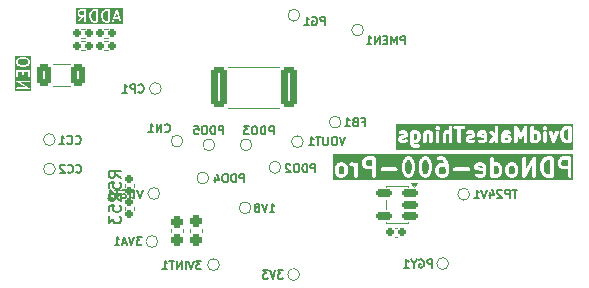
<source format=gbr>
%TF.GenerationSoftware,KiCad,Pcbnew,9.0.2*%
%TF.CreationDate,2026-02-05T18:46:00+01:00*%
%TF.ProjectId,PDNode-PDCard,50444e6f-6465-42d5-9044-436172642e6b,rev?*%
%TF.SameCoordinates,Original*%
%TF.FileFunction,Legend,Bot*%
%TF.FilePolarity,Positive*%
%FSLAX46Y46*%
G04 Gerber Fmt 4.6, Leading zero omitted, Abs format (unit mm)*
G04 Created by KiCad (PCBNEW 9.0.2) date 2026-02-05 18:46:00*
%MOMM*%
%LPD*%
G01*
G04 APERTURE LIST*
G04 Aperture macros list*
%AMRoundRect*
0 Rectangle with rounded corners*
0 $1 Rounding radius*
0 $2 $3 $4 $5 $6 $7 $8 $9 X,Y pos of 4 corners*
0 Add a 4 corners polygon primitive as box body*
4,1,4,$2,$3,$4,$5,$6,$7,$8,$9,$2,$3,0*
0 Add four circle primitives for the rounded corners*
1,1,$1+$1,$2,$3*
1,1,$1+$1,$4,$5*
1,1,$1+$1,$6,$7*
1,1,$1+$1,$8,$9*
0 Add four rect primitives between the rounded corners*
20,1,$1+$1,$2,$3,$4,$5,0*
20,1,$1+$1,$4,$5,$6,$7,0*
20,1,$1+$1,$6,$7,$8,$9,0*
20,1,$1+$1,$8,$9,$2,$3,0*%
G04 Aperture macros list end*
%ADD10C,0.300000*%
%ADD11C,0.150000*%
%ADD12C,0.120000*%
%ADD13RoundRect,0.160000X-0.210000X0.160000X-0.210000X-0.160000X0.210000X-0.160000X0.210000X0.160000X0*%
%ADD14C,0.800000*%
%ADD15C,4.500000*%
%ADD16O,1.800000X1.200000*%
%ADD17RoundRect,0.050000X-0.350000X-1.600000X0.350000X-1.600000X0.350000X1.600000X-0.350000X1.600000X0*%
%ADD18RoundRect,0.050000X-0.350000X-2.150000X0.350000X-2.150000X0.350000X2.150000X-0.350000X2.150000X0*%
%ADD19RoundRect,0.160000X0.160000X0.210000X-0.160000X0.210000X-0.160000X-0.210000X0.160000X-0.210000X0*%
%ADD20C,0.700000*%
%ADD21RoundRect,0.270409X0.392091X1.454591X-0.392091X1.454591X-0.392091X-1.454591X0.392091X-1.454591X0*%
%ADD22RoundRect,0.175000X0.537500X0.175000X-0.537500X0.175000X-0.537500X-0.175000X0.537500X-0.175000X0*%
%ADD23RoundRect,0.165000X-0.165000X-0.195000X0.165000X-0.195000X0.165000X0.195000X-0.165000X0.195000X0*%
%ADD24RoundRect,0.272222X0.340278X0.652778X-0.340278X0.652778X-0.340278X-0.652778X0.340278X-0.652778X0*%
%ADD25RoundRect,0.250000X0.275000X-0.250000X0.275000X0.250000X-0.275000X0.250000X-0.275000X-0.250000X0*%
G04 APERTURE END LIST*
D10*
G36*
X28387086Y20954465D02*
G01*
X28424090Y20917461D01*
X28468796Y20828049D01*
X28468796Y20470296D01*
X28424089Y20380883D01*
X28387084Y20343878D01*
X28297672Y20299172D01*
X28154206Y20299172D01*
X28064793Y20343878D01*
X28027789Y20380882D01*
X27983082Y20470297D01*
X27983082Y20828048D01*
X28027789Y20917462D01*
X28064793Y20954466D01*
X28154206Y20999172D01*
X28297672Y20999172D01*
X28387086Y20954465D01*
G37*
G36*
X34029942Y21454465D02*
G01*
X34066946Y21417461D01*
X34120125Y21311102D01*
X34183081Y21059280D01*
X34183081Y20739064D01*
X34120125Y20487243D01*
X34066945Y20380883D01*
X34029942Y20343879D01*
X33940529Y20299172D01*
X33868491Y20299172D01*
X33779078Y20343878D01*
X33742074Y20380882D01*
X33688894Y20487242D01*
X33625938Y20739066D01*
X33625938Y21059279D01*
X33688894Y21311103D01*
X33742074Y21417462D01*
X33779078Y21454466D01*
X33868491Y21499172D01*
X33940528Y21499172D01*
X34029942Y21454465D01*
G37*
G36*
X35458513Y21454465D02*
G01*
X35495517Y21417461D01*
X35548696Y21311102D01*
X35611652Y21059280D01*
X35611652Y20739064D01*
X35548696Y20487243D01*
X35495516Y20380883D01*
X35458513Y20343879D01*
X35369100Y20299172D01*
X35297062Y20299172D01*
X35207649Y20343878D01*
X35170645Y20380882D01*
X35117465Y20487242D01*
X35054509Y20739066D01*
X35054509Y21059279D01*
X35117465Y21311103D01*
X35170645Y21417462D01*
X35207649Y21454466D01*
X35297062Y21499172D01*
X35369099Y21499172D01*
X35458513Y21454465D01*
G37*
G36*
X36958511Y20883038D02*
G01*
X36995516Y20846033D01*
X37040223Y20756620D01*
X37040223Y20470296D01*
X36995516Y20380883D01*
X36958511Y20343878D01*
X36869099Y20299172D01*
X36654205Y20299172D01*
X36564791Y20343879D01*
X36527787Y20380883D01*
X36483080Y20470297D01*
X36483080Y20756619D01*
X36527787Y20846033D01*
X36564791Y20883037D01*
X36654205Y20927743D01*
X36869099Y20927743D01*
X36958511Y20883038D01*
G37*
G36*
X40149848Y20965940D02*
G01*
X40183080Y20899477D01*
X40183080Y20832143D01*
X39775850Y20913589D01*
X39802026Y20965940D01*
X39868490Y20999172D01*
X40083385Y20999172D01*
X40149848Y20965940D01*
G37*
G36*
X41458513Y20954465D02*
G01*
X41495517Y20917461D01*
X41540223Y20828049D01*
X41540223Y20470296D01*
X41495516Y20380883D01*
X41458511Y20343878D01*
X41369099Y20299172D01*
X41154205Y20299172D01*
X41125938Y20313306D01*
X41125938Y20985039D01*
X41154205Y20999172D01*
X41369099Y20999172D01*
X41458513Y20954465D01*
G37*
G36*
X42815656Y20954465D02*
G01*
X42852660Y20917461D01*
X42897366Y20828049D01*
X42897366Y20470296D01*
X42852659Y20380883D01*
X42815654Y20343878D01*
X42726242Y20299172D01*
X42582776Y20299172D01*
X42493363Y20343878D01*
X42456359Y20380882D01*
X42411652Y20470297D01*
X42411652Y20828048D01*
X42456359Y20917462D01*
X42493363Y20954466D01*
X42582776Y20999172D01*
X42726242Y20999172D01*
X42815656Y20954465D01*
G37*
G36*
X45897367Y20299172D02*
G01*
X45714567Y20299172D01*
X45556964Y20351706D01*
X45456359Y20452312D01*
X45403178Y20558672D01*
X45340224Y20810493D01*
X45340224Y20987852D01*
X45403178Y21239673D01*
X45456359Y21346033D01*
X45556965Y21446639D01*
X45714567Y21499172D01*
X45897367Y21499172D01*
X45897367Y20299172D01*
G37*
G36*
X30825939Y21013458D02*
G01*
X30439920Y21013458D01*
X30350506Y21058165D01*
X30313501Y21095170D01*
X30268796Y21184582D01*
X30268796Y21328049D01*
X30313501Y21417460D01*
X30350506Y21454465D01*
X30439920Y21499172D01*
X30825939Y21499172D01*
X30825939Y21013458D01*
G37*
G36*
X47397367Y21013458D02*
G01*
X47011348Y21013458D01*
X46921934Y21058165D01*
X46884929Y21095170D01*
X46840224Y21184582D01*
X46840224Y21328049D01*
X46884929Y21417460D01*
X46921934Y21454465D01*
X47011348Y21499172D01*
X47397367Y21499172D01*
X47397367Y21013458D01*
G37*
G36*
X47864034Y19832505D02*
G01*
X27516415Y19832505D01*
X27516415Y20863458D01*
X27683082Y20863458D01*
X27683082Y20434886D01*
X27685964Y20405622D01*
X27688027Y20400642D01*
X27688409Y20395267D01*
X27698918Y20367804D01*
X27770347Y20224947D01*
X27778275Y20212352D01*
X27779790Y20208695D01*
X27783169Y20204578D01*
X27786012Y20200061D01*
X27789006Y20197464D01*
X27798444Y20185964D01*
X27869872Y20114535D01*
X27881377Y20105093D01*
X27883972Y20102101D01*
X27888482Y20099262D01*
X27892603Y20095880D01*
X27896262Y20094365D01*
X27908857Y20086436D01*
X28051715Y20015008D01*
X28079178Y20004498D01*
X28084553Y20004117D01*
X28089532Y20002054D01*
X28118796Y19999172D01*
X28333082Y19999172D01*
X28362346Y20002054D01*
X28367324Y20004117D01*
X28372700Y20004498D01*
X28400164Y20015008D01*
X28543021Y20086436D01*
X28555614Y20094364D01*
X28559274Y20095879D01*
X28563393Y20099261D01*
X28567907Y20102101D01*
X28570503Y20105095D01*
X28582005Y20114534D01*
X28653434Y20185963D01*
X28662875Y20197468D01*
X28665867Y20200062D01*
X28668705Y20204572D01*
X28672089Y20208694D01*
X28673605Y20212356D01*
X28681532Y20224947D01*
X28752960Y20367805D01*
X28763470Y20395268D01*
X28763851Y20400644D01*
X28765914Y20405622D01*
X28768796Y20434886D01*
X28768796Y20863458D01*
X28765914Y20892722D01*
X28763851Y20897701D01*
X28763470Y20903076D01*
X28752960Y20930539D01*
X28681532Y21073397D01*
X28673603Y21085992D01*
X28672088Y21089651D01*
X28668706Y21093772D01*
X28665867Y21098282D01*
X28662875Y21100877D01*
X28653433Y21112382D01*
X28587378Y21178436D01*
X28900249Y21178436D01*
X28900249Y21119908D01*
X28922647Y21065836D01*
X28964031Y21024452D01*
X29018103Y21002054D01*
X29047367Y20999172D01*
X29154814Y20999172D01*
X29244228Y20954465D01*
X29281232Y20917461D01*
X29325939Y20828048D01*
X29325939Y20149172D01*
X29328821Y20119908D01*
X29351219Y20065836D01*
X29392603Y20024452D01*
X29446675Y20002054D01*
X29505203Y20002054D01*
X29559275Y20024452D01*
X29600659Y20065836D01*
X29623057Y20119908D01*
X29625939Y20149172D01*
X29625939Y21149172D01*
X29623057Y21178436D01*
X29600659Y21232508D01*
X29559275Y21273892D01*
X29505203Y21296290D01*
X29446675Y21296290D01*
X29392603Y21273892D01*
X29353800Y21235089D01*
X29257306Y21283336D01*
X29229843Y21293846D01*
X29224465Y21294229D01*
X29219488Y21296290D01*
X29190224Y21299172D01*
X29047367Y21299172D01*
X29018103Y21296290D01*
X28964031Y21273892D01*
X28922647Y21232508D01*
X28900249Y21178436D01*
X28587378Y21178436D01*
X28582004Y21183810D01*
X28570504Y21193248D01*
X28567907Y21196242D01*
X28563390Y21199085D01*
X28559273Y21202464D01*
X28555616Y21203979D01*
X28543021Y21211907D01*
X28400164Y21283336D01*
X28372701Y21293845D01*
X28367326Y21294227D01*
X28362346Y21296290D01*
X28333082Y21299172D01*
X28118796Y21299172D01*
X28089532Y21296290D01*
X28084551Y21294227D01*
X28079177Y21293845D01*
X28051713Y21283336D01*
X27908857Y21211907D01*
X27896265Y21203981D01*
X27892603Y21202464D01*
X27888480Y21199081D01*
X27883971Y21196242D01*
X27881375Y21193250D01*
X27869873Y21183809D01*
X27798445Y21112381D01*
X27789005Y21100880D01*
X27786012Y21098283D01*
X27783171Y21093770D01*
X27779790Y21089650D01*
X27778274Y21085991D01*
X27770347Y21073397D01*
X27698918Y20930540D01*
X27688409Y20903077D01*
X27688027Y20897703D01*
X27685964Y20892722D01*
X27683082Y20863458D01*
X27516415Y20863458D01*
X27516415Y21363458D01*
X29968796Y21363458D01*
X29968796Y21149172D01*
X29971678Y21119908D01*
X29973740Y21114930D01*
X29974122Y21109554D01*
X29984632Y21082090D01*
X30056060Y20939233D01*
X30063987Y20926640D01*
X30065503Y20922980D01*
X30068884Y20918861D01*
X30071725Y20914347D01*
X30074718Y20911751D01*
X30084158Y20900249D01*
X30155587Y20828820D01*
X30167091Y20819379D01*
X30169686Y20816387D01*
X30174195Y20813549D01*
X30178318Y20810165D01*
X30181979Y20808649D01*
X30194571Y20800722D01*
X30337429Y20729294D01*
X30364892Y20718784D01*
X30370267Y20718403D01*
X30375246Y20716340D01*
X30404510Y20713458D01*
X30825939Y20713458D01*
X30825939Y20149172D01*
X30828821Y20119908D01*
X30851219Y20065836D01*
X30892603Y20024452D01*
X30946675Y20002054D01*
X31005203Y20002054D01*
X31059275Y20024452D01*
X31100659Y20065836D01*
X31123057Y20119908D01*
X31125939Y20149172D01*
X31125939Y20749864D01*
X31543107Y20749864D01*
X31543107Y20691336D01*
X31565505Y20637264D01*
X31606889Y20595880D01*
X31660961Y20573482D01*
X31690225Y20570600D01*
X32833082Y20570600D01*
X32862346Y20573482D01*
X32916418Y20595880D01*
X32957802Y20637264D01*
X32980200Y20691336D01*
X32980200Y20749864D01*
X32957802Y20803936D01*
X32916418Y20845320D01*
X32862346Y20867718D01*
X32833082Y20870600D01*
X31690225Y20870600D01*
X31660961Y20867718D01*
X31606889Y20845320D01*
X31565505Y20803936D01*
X31543107Y20749864D01*
X31125939Y20749864D01*
X31125939Y21077743D01*
X33325938Y21077743D01*
X33325938Y20720600D01*
X33326440Y20715497D01*
X33326115Y20713309D01*
X33327734Y20702358D01*
X33328820Y20691336D01*
X33329666Y20689292D01*
X33330417Y20684219D01*
X33401846Y20398506D01*
X33402617Y20396348D01*
X33402694Y20395267D01*
X33407352Y20383093D01*
X33411739Y20370815D01*
X33412383Y20369945D01*
X33413203Y20367804D01*
X33484632Y20224947D01*
X33492560Y20212352D01*
X33494075Y20208695D01*
X33497454Y20204578D01*
X33500297Y20200061D01*
X33503291Y20197464D01*
X33512729Y20185964D01*
X33584157Y20114535D01*
X33595662Y20105093D01*
X33598257Y20102101D01*
X33602767Y20099262D01*
X33606888Y20095880D01*
X33610547Y20094365D01*
X33623142Y20086436D01*
X33766000Y20015008D01*
X33793463Y20004498D01*
X33798838Y20004117D01*
X33803817Y20002054D01*
X33833081Y19999172D01*
X33975938Y19999172D01*
X34005202Y20002054D01*
X34010180Y20004117D01*
X34015556Y20004498D01*
X34043019Y20015008D01*
X34185878Y20086436D01*
X34198472Y20094365D01*
X34202132Y20095880D01*
X34206252Y20099262D01*
X34210763Y20102101D01*
X34213357Y20105093D01*
X34224863Y20114535D01*
X34296291Y20185964D01*
X34305729Y20197465D01*
X34308723Y20200061D01*
X34311563Y20204574D01*
X34314945Y20208694D01*
X34316460Y20212354D01*
X34324388Y20224947D01*
X34395817Y20367803D01*
X34396636Y20369946D01*
X34397281Y20370815D01*
X34401665Y20383087D01*
X34406326Y20395267D01*
X34406402Y20396348D01*
X34407174Y20398506D01*
X34478602Y20684220D01*
X34479351Y20689292D01*
X34480199Y20691336D01*
X34481284Y20702359D01*
X34482904Y20713309D01*
X34482578Y20715497D01*
X34483081Y20720600D01*
X34483081Y21077743D01*
X34754509Y21077743D01*
X34754509Y20720600D01*
X34755011Y20715497D01*
X34754686Y20713309D01*
X34756305Y20702358D01*
X34757391Y20691336D01*
X34758237Y20689292D01*
X34758988Y20684219D01*
X34830417Y20398506D01*
X34831188Y20396348D01*
X34831265Y20395267D01*
X34835923Y20383093D01*
X34840310Y20370815D01*
X34840954Y20369945D01*
X34841774Y20367804D01*
X34913203Y20224947D01*
X34921131Y20212352D01*
X34922646Y20208695D01*
X34926025Y20204578D01*
X34928868Y20200061D01*
X34931862Y20197464D01*
X34941300Y20185964D01*
X35012728Y20114535D01*
X35024233Y20105093D01*
X35026828Y20102101D01*
X35031338Y20099262D01*
X35035459Y20095880D01*
X35039118Y20094365D01*
X35051713Y20086436D01*
X35194571Y20015008D01*
X35222034Y20004498D01*
X35227409Y20004117D01*
X35232388Y20002054D01*
X35261652Y19999172D01*
X35404509Y19999172D01*
X35433773Y20002054D01*
X35438751Y20004117D01*
X35444127Y20004498D01*
X35471590Y20015008D01*
X35614449Y20086436D01*
X35627043Y20094365D01*
X35630703Y20095880D01*
X35634823Y20099262D01*
X35639334Y20102101D01*
X35641928Y20105093D01*
X35653434Y20114535D01*
X35724862Y20185964D01*
X35734300Y20197465D01*
X35737294Y20200061D01*
X35740134Y20204574D01*
X35743516Y20208694D01*
X35745031Y20212354D01*
X35752959Y20224947D01*
X35824388Y20367803D01*
X35825207Y20369946D01*
X35825852Y20370815D01*
X35830236Y20383087D01*
X35834897Y20395267D01*
X35834973Y20396348D01*
X35835745Y20398506D01*
X35907173Y20684220D01*
X35907922Y20689292D01*
X35908770Y20691336D01*
X35909855Y20702359D01*
X35911475Y20713309D01*
X35911149Y20715497D01*
X35911652Y20720600D01*
X35911652Y20792029D01*
X36183080Y20792029D01*
X36183080Y20434886D01*
X36185962Y20405622D01*
X36188025Y20400642D01*
X36188407Y20395267D01*
X36198916Y20367804D01*
X36270345Y20224947D01*
X36278272Y20212354D01*
X36279788Y20208694D01*
X36283169Y20204575D01*
X36286010Y20200061D01*
X36289003Y20197465D01*
X36298443Y20185963D01*
X36369872Y20114534D01*
X36381376Y20105093D01*
X36383971Y20102101D01*
X36388480Y20099263D01*
X36392603Y20095879D01*
X36396264Y20094363D01*
X36408856Y20086436D01*
X36551714Y20015008D01*
X36579177Y20004498D01*
X36584552Y20004117D01*
X36589531Y20002054D01*
X36618795Y19999172D01*
X36904509Y19999172D01*
X36933773Y20002054D01*
X36938751Y20004117D01*
X36944127Y20004498D01*
X36971591Y20015008D01*
X37114448Y20086436D01*
X37127041Y20094364D01*
X37130701Y20095879D01*
X37134820Y20099261D01*
X37139334Y20102101D01*
X37141930Y20105095D01*
X37153432Y20114534D01*
X37224861Y20185963D01*
X37234302Y20197468D01*
X37237294Y20200062D01*
X37240132Y20204572D01*
X37243516Y20208694D01*
X37245032Y20212356D01*
X37252959Y20224947D01*
X37324387Y20367805D01*
X37334897Y20395268D01*
X37335278Y20400644D01*
X37337341Y20405622D01*
X37340223Y20434886D01*
X37340223Y20749864D01*
X37685963Y20749864D01*
X37685963Y20691336D01*
X37708361Y20637264D01*
X37749745Y20595880D01*
X37803817Y20573482D01*
X37833081Y20570600D01*
X38975938Y20570600D01*
X39005202Y20573482D01*
X39059274Y20595880D01*
X39100658Y20637264D01*
X39123056Y20691336D01*
X39123056Y20749864D01*
X39100658Y20803936D01*
X39059274Y20845320D01*
X39005202Y20867718D01*
X38975938Y20870600D01*
X37833081Y20870600D01*
X37803817Y20867718D01*
X37749745Y20845320D01*
X37708361Y20803936D01*
X37685963Y20749864D01*
X37340223Y20749864D01*
X37340223Y20934886D01*
X39468795Y20934886D01*
X39468795Y20792029D01*
X39471677Y20762765D01*
X39477301Y20749188D01*
X39480153Y20734771D01*
X39488391Y20722414D01*
X39494075Y20708693D01*
X39504467Y20698301D01*
X39512618Y20686075D01*
X39524956Y20677812D01*
X39535459Y20667309D01*
X39549035Y20661686D01*
X39561247Y20653507D01*
X39589378Y20644942D01*
X39589529Y20644912D01*
X39589531Y20644911D01*
X39589533Y20644911D01*
X40183080Y20526202D01*
X40183080Y20398868D01*
X40149848Y20332404D01*
X40083385Y20299172D01*
X39868490Y20299172D01*
X39757305Y20354764D01*
X39729841Y20365274D01*
X39671461Y20369422D01*
X39615939Y20350914D01*
X39571724Y20312567D01*
X39545549Y20260218D01*
X39541401Y20201838D01*
X39559909Y20146316D01*
X39598256Y20102101D01*
X39623141Y20086436D01*
X39765999Y20015008D01*
X39793462Y20004498D01*
X39798837Y20004117D01*
X39803816Y20002054D01*
X39833080Y19999172D01*
X40118795Y19999172D01*
X40148059Y20002054D01*
X40153037Y20004117D01*
X40158413Y20004498D01*
X40185877Y20015008D01*
X40328734Y20086436D01*
X40333626Y20089516D01*
X40335937Y20090286D01*
X40338813Y20092781D01*
X40353620Y20102101D01*
X40365941Y20116309D01*
X40380152Y20128633D01*
X40389472Y20143441D01*
X40391966Y20146316D01*
X40392735Y20148626D01*
X40395816Y20153519D01*
X40467245Y20296377D01*
X40477754Y20323840D01*
X40478135Y20329216D01*
X40480198Y20334194D01*
X40483080Y20363458D01*
X40483080Y20649011D01*
X40483081Y20649015D01*
X40483080Y20649021D01*
X40483080Y20934886D01*
X40480198Y20964150D01*
X40478135Y20969129D01*
X40477754Y20974504D01*
X40467244Y21001967D01*
X40395816Y21144825D01*
X40392735Y21149719D01*
X40391966Y21152027D01*
X40389472Y21154903D01*
X40380151Y21169710D01*
X40365944Y21182031D01*
X40353620Y21196242D01*
X40338809Y21205565D01*
X40335936Y21208057D01*
X40333628Y21208827D01*
X40328734Y21211907D01*
X40185877Y21283336D01*
X40158414Y21293845D01*
X40153039Y21294227D01*
X40148059Y21296290D01*
X40118795Y21299172D01*
X39833080Y21299172D01*
X39803816Y21296290D01*
X39798835Y21294227D01*
X39793461Y21293845D01*
X39765997Y21283336D01*
X39623141Y21211907D01*
X39618246Y21208827D01*
X39615939Y21208057D01*
X39613064Y21205565D01*
X39598255Y21196242D01*
X39585931Y21182033D01*
X39571724Y21169711D01*
X39562404Y21154906D01*
X39559908Y21152027D01*
X39559137Y21149716D01*
X39556059Y21144825D01*
X39484631Y21001968D01*
X39474121Y20974504D01*
X39473739Y20969129D01*
X39471677Y20964150D01*
X39468795Y20934886D01*
X37340223Y20934886D01*
X37340223Y21006315D01*
X37339720Y21011419D01*
X37340046Y21013606D01*
X37338426Y21024557D01*
X37337341Y21035579D01*
X37336493Y21037624D01*
X37335744Y21042695D01*
X37264316Y21328409D01*
X37258158Y21345645D01*
X37257438Y21349286D01*
X37255678Y21352587D01*
X37254423Y21356100D01*
X37252218Y21359075D01*
X37243603Y21375234D01*
X37100746Y21589520D01*
X37100677Y21589604D01*
X37100658Y21589651D01*
X37091565Y21600731D01*
X37082115Y21612270D01*
X37082070Y21612300D01*
X37082003Y21612382D01*
X37045212Y21649172D01*
X40825938Y21649172D01*
X40825938Y20149172D01*
X40828820Y20119908D01*
X40851218Y20065836D01*
X40892602Y20024452D01*
X40946674Y20002054D01*
X41005202Y20002054D01*
X41044809Y20018461D01*
X41051714Y20015008D01*
X41079177Y20004498D01*
X41084552Y20004117D01*
X41089531Y20002054D01*
X41118795Y19999172D01*
X41404509Y19999172D01*
X41433773Y20002054D01*
X41438751Y20004117D01*
X41444127Y20004498D01*
X41471591Y20015008D01*
X41614448Y20086436D01*
X41627041Y20094364D01*
X41630701Y20095879D01*
X41634820Y20099261D01*
X41639334Y20102101D01*
X41641930Y20105095D01*
X41653432Y20114534D01*
X41724861Y20185963D01*
X41734302Y20197468D01*
X41737294Y20200062D01*
X41740132Y20204572D01*
X41743516Y20208694D01*
X41745032Y20212356D01*
X41752959Y20224947D01*
X41824387Y20367805D01*
X41834897Y20395268D01*
X41835278Y20400644D01*
X41837341Y20405622D01*
X41840223Y20434886D01*
X41840223Y20863458D01*
X42111652Y20863458D01*
X42111652Y20434886D01*
X42114534Y20405622D01*
X42116597Y20400642D01*
X42116979Y20395267D01*
X42127488Y20367804D01*
X42198917Y20224947D01*
X42206845Y20212352D01*
X42208360Y20208695D01*
X42211739Y20204578D01*
X42214582Y20200061D01*
X42217576Y20197464D01*
X42227014Y20185964D01*
X42298442Y20114535D01*
X42309947Y20105093D01*
X42312542Y20102101D01*
X42317052Y20099262D01*
X42321173Y20095880D01*
X42324832Y20094365D01*
X42337427Y20086436D01*
X42480285Y20015008D01*
X42507748Y20004498D01*
X42513123Y20004117D01*
X42518102Y20002054D01*
X42547366Y19999172D01*
X42761652Y19999172D01*
X42790916Y20002054D01*
X42795894Y20004117D01*
X42801270Y20004498D01*
X42828734Y20015008D01*
X42971591Y20086436D01*
X42984184Y20094364D01*
X42987844Y20095879D01*
X42991963Y20099261D01*
X42996477Y20102101D01*
X42999073Y20105095D01*
X43010575Y20114534D01*
X43082004Y20185963D01*
X43091445Y20197468D01*
X43094437Y20200062D01*
X43097275Y20204572D01*
X43100659Y20208694D01*
X43102175Y20212356D01*
X43110102Y20224947D01*
X43181530Y20367805D01*
X43192040Y20395268D01*
X43192421Y20400644D01*
X43194484Y20405622D01*
X43197366Y20434886D01*
X43197366Y20863458D01*
X43194484Y20892722D01*
X43192421Y20897701D01*
X43192040Y20903076D01*
X43181530Y20930539D01*
X43110102Y21073397D01*
X43102173Y21085992D01*
X43100658Y21089651D01*
X43097276Y21093772D01*
X43094437Y21098282D01*
X43091445Y21100877D01*
X43082003Y21112382D01*
X43010574Y21183810D01*
X42999074Y21193248D01*
X42996477Y21196242D01*
X42991960Y21199085D01*
X42987843Y21202464D01*
X42984186Y21203979D01*
X42971591Y21211907D01*
X42828734Y21283336D01*
X42801271Y21293845D01*
X42795896Y21294227D01*
X42790916Y21296290D01*
X42761652Y21299172D01*
X42547366Y21299172D01*
X42518102Y21296290D01*
X42513121Y21294227D01*
X42507747Y21293845D01*
X42480283Y21283336D01*
X42337427Y21211907D01*
X42324835Y21203981D01*
X42321173Y21202464D01*
X42317050Y21199081D01*
X42312541Y21196242D01*
X42309945Y21193250D01*
X42298443Y21183809D01*
X42227015Y21112381D01*
X42217575Y21100880D01*
X42214582Y21098283D01*
X42211741Y21093770D01*
X42208360Y21089650D01*
X42206844Y21085991D01*
X42198917Y21073397D01*
X42127488Y20930540D01*
X42116979Y20903077D01*
X42116597Y20897703D01*
X42114534Y20892722D01*
X42111652Y20863458D01*
X41840223Y20863458D01*
X41837341Y20892722D01*
X41835278Y20897701D01*
X41834897Y20903076D01*
X41824387Y20930539D01*
X41752959Y21073397D01*
X41745030Y21085992D01*
X41743515Y21089651D01*
X41740133Y21093772D01*
X41737294Y21098282D01*
X41734302Y21100877D01*
X41724860Y21112382D01*
X41653431Y21183810D01*
X41641931Y21193248D01*
X41639334Y21196242D01*
X41634817Y21199085D01*
X41630700Y21202464D01*
X41627043Y21203979D01*
X41614448Y21211907D01*
X41471591Y21283336D01*
X41444128Y21293845D01*
X41438753Y21294227D01*
X41433773Y21296290D01*
X41404509Y21299172D01*
X41125938Y21299172D01*
X41125938Y21649172D01*
X43540224Y21649172D01*
X43540224Y20149172D01*
X43540965Y20141647D01*
X43540590Y20138695D01*
X43541632Y20134875D01*
X43543106Y20119908D01*
X43550741Y20101476D01*
X43555990Y20082231D01*
X43561844Y20074672D01*
X43565504Y20065836D01*
X43579611Y20051729D01*
X43591825Y20035957D01*
X43600127Y20031213D01*
X43606888Y20024452D01*
X43625318Y20016818D01*
X43642641Y20006919D01*
X43652126Y20005714D01*
X43660960Y20002054D01*
X43680910Y20002054D01*
X43700701Y19999538D01*
X43709926Y20002054D01*
X43719488Y20002054D01*
X43737920Y20009690D01*
X43757165Y20014938D01*
X43764724Y20020793D01*
X43773560Y20024452D01*
X43787667Y20038560D01*
X43803439Y20050773D01*
X43812144Y20063037D01*
X43814944Y20065836D01*
X43816082Y20068584D01*
X43820460Y20074751D01*
X44397367Y21084337D01*
X44397367Y20149172D01*
X44400249Y20119908D01*
X44422647Y20065836D01*
X44464031Y20024452D01*
X44518103Y20002054D01*
X44576631Y20002054D01*
X44630703Y20024452D01*
X44672087Y20065836D01*
X44694485Y20119908D01*
X44697367Y20149172D01*
X44697367Y21006315D01*
X45040224Y21006315D01*
X45040224Y20792029D01*
X45040726Y20786926D01*
X45040401Y20784738D01*
X45042020Y20773788D01*
X45043106Y20762765D01*
X45043953Y20760721D01*
X45044703Y20755649D01*
X45116131Y20469935D01*
X45116902Y20467777D01*
X45116979Y20466696D01*
X45121637Y20454522D01*
X45126024Y20442244D01*
X45126668Y20441374D01*
X45127488Y20439233D01*
X45198917Y20296376D01*
X45206844Y20283783D01*
X45208360Y20280123D01*
X45211741Y20276004D01*
X45214582Y20271490D01*
X45217575Y20268894D01*
X45227015Y20257392D01*
X45369872Y20114534D01*
X45392602Y20095879D01*
X45397581Y20093817D01*
X45401653Y20090285D01*
X45428504Y20078297D01*
X45642790Y20006869D01*
X45657302Y20003570D01*
X45660960Y20002054D01*
X45666262Y20001532D01*
X45671464Y20000349D01*
X45675418Y20000631D01*
X45690224Y19999172D01*
X46047367Y19999172D01*
X46076631Y20002054D01*
X46130703Y20024452D01*
X46172087Y20065836D01*
X46194485Y20119908D01*
X46197367Y20149172D01*
X46197367Y21363458D01*
X46540224Y21363458D01*
X46540224Y21149172D01*
X46543106Y21119908D01*
X46545168Y21114930D01*
X46545550Y21109554D01*
X46556060Y21082090D01*
X46627488Y20939233D01*
X46635415Y20926640D01*
X46636931Y20922980D01*
X46640312Y20918861D01*
X46643153Y20914347D01*
X46646146Y20911751D01*
X46655586Y20900249D01*
X46727015Y20828820D01*
X46738519Y20819379D01*
X46741114Y20816387D01*
X46745623Y20813549D01*
X46749746Y20810165D01*
X46753407Y20808649D01*
X46765999Y20800722D01*
X46908857Y20729294D01*
X46936320Y20718784D01*
X46941695Y20718403D01*
X46946674Y20716340D01*
X46975938Y20713458D01*
X47397367Y20713458D01*
X47397367Y20149172D01*
X47400249Y20119908D01*
X47422647Y20065836D01*
X47464031Y20024452D01*
X47518103Y20002054D01*
X47576631Y20002054D01*
X47630703Y20024452D01*
X47672087Y20065836D01*
X47694485Y20119908D01*
X47697367Y20149172D01*
X47697367Y21649172D01*
X47694485Y21678436D01*
X47672087Y21732508D01*
X47630703Y21773892D01*
X47576631Y21796290D01*
X47547367Y21799172D01*
X46975938Y21799172D01*
X46946674Y21796290D01*
X46941693Y21794227D01*
X46936319Y21793845D01*
X46908855Y21783336D01*
X46765999Y21711907D01*
X46753405Y21703980D01*
X46749746Y21702464D01*
X46745625Y21699083D01*
X46741113Y21696242D01*
X46738516Y21693249D01*
X46727016Y21683810D01*
X46655587Y21612382D01*
X46646147Y21600880D01*
X46643153Y21598283D01*
X46640311Y21593769D01*
X46636932Y21589651D01*
X46635416Y21585993D01*
X46627488Y21573397D01*
X46556060Y21430540D01*
X46545550Y21403076D01*
X46545168Y21397701D01*
X46543106Y21392722D01*
X46540224Y21363458D01*
X46197367Y21363458D01*
X46197367Y21649172D01*
X46194485Y21678436D01*
X46172087Y21732508D01*
X46130703Y21773892D01*
X46076631Y21796290D01*
X46047367Y21799172D01*
X45690224Y21799172D01*
X45675412Y21797714D01*
X45671463Y21797994D01*
X45666268Y21796813D01*
X45660960Y21796290D01*
X45657298Y21794774D01*
X45642789Y21791474D01*
X45428504Y21720045D01*
X45401653Y21708057D01*
X45397583Y21704528D01*
X45392602Y21702464D01*
X45369872Y21683809D01*
X45227015Y21540952D01*
X45217575Y21529451D01*
X45214582Y21526854D01*
X45211741Y21522341D01*
X45208360Y21518221D01*
X45206844Y21514562D01*
X45198917Y21501968D01*
X45127488Y21359111D01*
X45126668Y21356971D01*
X45126024Y21356100D01*
X45121637Y21343823D01*
X45116979Y21331648D01*
X45116902Y21330568D01*
X45116131Y21328409D01*
X45044703Y21042695D01*
X45043953Y21037624D01*
X45043106Y21035579D01*
X45042020Y21024557D01*
X45040401Y21013606D01*
X45040726Y21011419D01*
X45040224Y21006315D01*
X44697367Y21006315D01*
X44697367Y21649172D01*
X44696625Y21656699D01*
X44697001Y21659650D01*
X44695958Y21663472D01*
X44694485Y21678436D01*
X44686849Y21696869D01*
X44681601Y21716113D01*
X44675746Y21723673D01*
X44672087Y21732508D01*
X44657979Y21746616D01*
X44645766Y21762387D01*
X44637463Y21767132D01*
X44630703Y21773892D01*
X44612272Y21781527D01*
X44594950Y21791425D01*
X44585464Y21792631D01*
X44576631Y21796290D01*
X44556681Y21796290D01*
X44536890Y21798806D01*
X44527665Y21796290D01*
X44518103Y21796290D01*
X44499674Y21788657D01*
X44480426Y21783407D01*
X44472864Y21777551D01*
X44464031Y21773892D01*
X44449925Y21759787D01*
X44434152Y21747571D01*
X44425446Y21735308D01*
X44422647Y21732508D01*
X44421508Y21729761D01*
X44417131Y21723593D01*
X43840224Y20714006D01*
X43840224Y21649172D01*
X43837342Y21678436D01*
X43814944Y21732508D01*
X43773560Y21773892D01*
X43719488Y21796290D01*
X43660960Y21796290D01*
X43606888Y21773892D01*
X43565504Y21732508D01*
X43543106Y21678436D01*
X43540224Y21649172D01*
X41125938Y21649172D01*
X41123056Y21678436D01*
X41100658Y21732508D01*
X41059274Y21773892D01*
X41005202Y21796290D01*
X40946674Y21796290D01*
X40892602Y21773892D01*
X40851218Y21732508D01*
X40828820Y21678436D01*
X40825938Y21649172D01*
X37045212Y21649172D01*
X37010574Y21683810D01*
X36999074Y21693248D01*
X36996477Y21696242D01*
X36991960Y21699085D01*
X36987843Y21702464D01*
X36984186Y21703979D01*
X36971591Y21711907D01*
X36828734Y21783336D01*
X36801271Y21793845D01*
X36795896Y21794227D01*
X36790916Y21796290D01*
X36761652Y21799172D01*
X36475938Y21799172D01*
X36446674Y21796290D01*
X36392602Y21773892D01*
X36351218Y21732508D01*
X36328820Y21678436D01*
X36328820Y21619908D01*
X36351218Y21565836D01*
X36392602Y21524452D01*
X36446674Y21502054D01*
X36475938Y21499172D01*
X36726242Y21499172D01*
X36815656Y21454465D01*
X36859368Y21410753D01*
X36979575Y21230443D01*
X36986012Y21204697D01*
X36971591Y21211907D01*
X36944127Y21222417D01*
X36938751Y21222799D01*
X36933773Y21224861D01*
X36904509Y21227743D01*
X36618795Y21227743D01*
X36589531Y21224861D01*
X36584552Y21222799D01*
X36579177Y21222417D01*
X36551714Y21211907D01*
X36408856Y21140479D01*
X36396264Y21132553D01*
X36392603Y21131036D01*
X36388480Y21127653D01*
X36383971Y21124814D01*
X36381376Y21121823D01*
X36369872Y21112381D01*
X36298443Y21040952D01*
X36289003Y21029451D01*
X36286010Y21026854D01*
X36283169Y21022341D01*
X36279788Y21018221D01*
X36278272Y21014562D01*
X36270345Y21001968D01*
X36198916Y20859111D01*
X36188407Y20831648D01*
X36188025Y20826274D01*
X36185962Y20821293D01*
X36183080Y20792029D01*
X35911652Y20792029D01*
X35911652Y21077743D01*
X35911149Y21082847D01*
X35911475Y21085034D01*
X35909855Y21095985D01*
X35908770Y21107007D01*
X35907922Y21109052D01*
X35907173Y21114123D01*
X35835745Y21399838D01*
X35834973Y21401997D01*
X35834897Y21403077D01*
X35830236Y21415258D01*
X35825852Y21427529D01*
X35825207Y21428399D01*
X35824388Y21430541D01*
X35752959Y21573397D01*
X35745032Y21585989D01*
X35743516Y21589651D01*
X35740132Y21593774D01*
X35737294Y21598283D01*
X35734301Y21600879D01*
X35724861Y21612381D01*
X35653433Y21683809D01*
X35641931Y21693249D01*
X35639335Y21696242D01*
X35634821Y21699083D01*
X35630702Y21702464D01*
X35627042Y21703980D01*
X35614449Y21711907D01*
X35471591Y21783336D01*
X35444128Y21793846D01*
X35438750Y21794229D01*
X35433773Y21796290D01*
X35404509Y21799172D01*
X35261652Y21799172D01*
X35232388Y21796290D01*
X35227407Y21794227D01*
X35222033Y21793845D01*
X35194569Y21783336D01*
X35051713Y21711907D01*
X35039121Y21703981D01*
X35035459Y21702464D01*
X35031336Y21699081D01*
X35026827Y21696242D01*
X35024231Y21693250D01*
X35012729Y21683809D01*
X34941301Y21612381D01*
X34931861Y21600880D01*
X34928868Y21598283D01*
X34926027Y21593770D01*
X34922646Y21589650D01*
X34921130Y21585991D01*
X34913203Y21573397D01*
X34841774Y21430540D01*
X34840954Y21428400D01*
X34840310Y21427529D01*
X34835923Y21415252D01*
X34831265Y21403077D01*
X34831188Y21401997D01*
X34830417Y21399838D01*
X34758988Y21114123D01*
X34758238Y21109052D01*
X34757391Y21107007D01*
X34756305Y21095985D01*
X34754686Y21085034D01*
X34755011Y21082847D01*
X34754509Y21077743D01*
X34483081Y21077743D01*
X34482578Y21082847D01*
X34482904Y21085034D01*
X34481284Y21095985D01*
X34480199Y21107007D01*
X34479351Y21109052D01*
X34478602Y21114123D01*
X34407174Y21399838D01*
X34406402Y21401997D01*
X34406326Y21403077D01*
X34401665Y21415258D01*
X34397281Y21427529D01*
X34396636Y21428399D01*
X34395817Y21430541D01*
X34324388Y21573397D01*
X34316461Y21585989D01*
X34314945Y21589651D01*
X34311561Y21593774D01*
X34308723Y21598283D01*
X34305730Y21600879D01*
X34296290Y21612381D01*
X34224862Y21683809D01*
X34213360Y21693249D01*
X34210764Y21696242D01*
X34206250Y21699083D01*
X34202131Y21702464D01*
X34198471Y21703980D01*
X34185878Y21711907D01*
X34043020Y21783336D01*
X34015557Y21793846D01*
X34010179Y21794229D01*
X34005202Y21796290D01*
X33975938Y21799172D01*
X33833081Y21799172D01*
X33803817Y21796290D01*
X33798836Y21794227D01*
X33793462Y21793845D01*
X33765998Y21783336D01*
X33623142Y21711907D01*
X33610550Y21703981D01*
X33606888Y21702464D01*
X33602765Y21699081D01*
X33598256Y21696242D01*
X33595660Y21693250D01*
X33584158Y21683809D01*
X33512730Y21612381D01*
X33503290Y21600880D01*
X33500297Y21598283D01*
X33497456Y21593770D01*
X33494075Y21589650D01*
X33492559Y21585991D01*
X33484632Y21573397D01*
X33413203Y21430540D01*
X33412383Y21428400D01*
X33411739Y21427529D01*
X33407352Y21415252D01*
X33402694Y21403077D01*
X33402617Y21401997D01*
X33401846Y21399838D01*
X33330417Y21114123D01*
X33329667Y21109052D01*
X33328820Y21107007D01*
X33327734Y21095985D01*
X33326115Y21085034D01*
X33326440Y21082847D01*
X33325938Y21077743D01*
X31125939Y21077743D01*
X31125939Y21649172D01*
X31123057Y21678436D01*
X31100659Y21732508D01*
X31059275Y21773892D01*
X31005203Y21796290D01*
X30975939Y21799172D01*
X30404510Y21799172D01*
X30375246Y21796290D01*
X30370265Y21794227D01*
X30364891Y21793845D01*
X30337427Y21783336D01*
X30194571Y21711907D01*
X30181977Y21703980D01*
X30178318Y21702464D01*
X30174197Y21699083D01*
X30169685Y21696242D01*
X30167088Y21693249D01*
X30155588Y21683810D01*
X30084159Y21612382D01*
X30074719Y21600880D01*
X30071725Y21598283D01*
X30068883Y21593769D01*
X30065504Y21589651D01*
X30063988Y21585993D01*
X30056060Y21573397D01*
X29984632Y21430540D01*
X29974122Y21403076D01*
X29973740Y21397701D01*
X29971678Y21392722D01*
X29968796Y21363458D01*
X27516415Y21363458D01*
X27516415Y21965839D01*
X47864034Y21965839D01*
X47864034Y19832505D01*
G37*
D11*
G36*
X1588617Y30020499D02*
G01*
X1660561Y29948556D01*
X1694819Y29880040D01*
X1694819Y29724974D01*
X1660561Y29656459D01*
X1588617Y29584516D01*
X1427251Y29544174D01*
X1112386Y29544174D01*
X951019Y29584516D01*
X879077Y29656458D01*
X844819Y29724974D01*
X844819Y29880040D01*
X879077Y29948556D01*
X951019Y30020499D01*
X1112386Y30060840D01*
X1427251Y30060840D01*
X1588617Y30020499D01*
G37*
G36*
X1955930Y27378301D02*
G01*
X583708Y27378301D01*
X583708Y28130601D01*
X695002Y28130601D01*
X696260Y28125989D01*
X696260Y28121208D01*
X700077Y28111993D01*
X702702Y28102369D01*
X705629Y28098589D01*
X707459Y28094172D01*
X714509Y28087122D01*
X720619Y28079232D01*
X726751Y28074880D01*
X728151Y28073480D01*
X729525Y28072911D01*
X732609Y28070722D01*
X1487402Y27639412D01*
X769819Y27639412D01*
X755187Y27637971D01*
X728151Y27626772D01*
X707459Y27606080D01*
X696260Y27579044D01*
X696260Y27549780D01*
X707459Y27522744D01*
X728151Y27502052D01*
X755187Y27490853D01*
X769819Y27489412D01*
X1769819Y27489412D01*
X1773582Y27489783D01*
X1775058Y27489595D01*
X1776968Y27490117D01*
X1784451Y27490853D01*
X1793666Y27494671D01*
X1803290Y27497295D01*
X1807070Y27500223D01*
X1811487Y27502052D01*
X1818537Y27509103D01*
X1826427Y27515212D01*
X1828800Y27519366D01*
X1832179Y27522744D01*
X1835995Y27531957D01*
X1840946Y27540621D01*
X1841548Y27545365D01*
X1843378Y27549780D01*
X1843378Y27559755D01*
X1844636Y27569651D01*
X1843378Y27574264D01*
X1843378Y27579044D01*
X1839560Y27588261D01*
X1836936Y27597882D01*
X1834009Y27601662D01*
X1832179Y27606080D01*
X1825127Y27613132D01*
X1819019Y27621020D01*
X1812884Y27625375D01*
X1811487Y27626772D01*
X1810114Y27627341D01*
X1807030Y27629530D01*
X1052236Y28060840D01*
X1769819Y28060840D01*
X1784451Y28062281D01*
X1811487Y28073480D01*
X1832179Y28094172D01*
X1843378Y28121208D01*
X1843378Y28150472D01*
X1832179Y28177508D01*
X1811487Y28198200D01*
X1784451Y28209399D01*
X1769819Y28210840D01*
X769819Y28210840D01*
X766055Y28210470D01*
X764580Y28210657D01*
X762669Y28210136D01*
X755187Y28209399D01*
X745971Y28205582D01*
X736348Y28202957D01*
X732567Y28200030D01*
X728151Y28198200D01*
X721100Y28191150D01*
X713211Y28185040D01*
X710837Y28180887D01*
X707459Y28177508D01*
X703642Y28168296D01*
X698692Y28159631D01*
X698089Y28154888D01*
X696260Y28150472D01*
X696260Y28140498D01*
X695002Y28130601D01*
X583708Y28130601D01*
X583708Y29040602D01*
X694819Y29040602D01*
X694819Y28564412D01*
X696260Y28549780D01*
X707459Y28522744D01*
X728151Y28502052D01*
X755187Y28490853D01*
X784451Y28490853D01*
X811487Y28502052D01*
X832179Y28522744D01*
X843378Y28549780D01*
X844819Y28564412D01*
X844819Y28965602D01*
X1171009Y28965602D01*
X1171009Y28707269D01*
X1172450Y28692637D01*
X1183649Y28665601D01*
X1204341Y28644909D01*
X1231377Y28633710D01*
X1260641Y28633710D01*
X1287677Y28644909D01*
X1308369Y28665601D01*
X1319568Y28692637D01*
X1321009Y28707269D01*
X1321009Y28965602D01*
X1694819Y28965602D01*
X1694819Y28564412D01*
X1696260Y28549780D01*
X1707459Y28522744D01*
X1728151Y28502052D01*
X1755187Y28490853D01*
X1784451Y28490853D01*
X1811487Y28502052D01*
X1832179Y28522744D01*
X1843378Y28549780D01*
X1844819Y28564412D01*
X1844819Y29040602D01*
X1843378Y29055234D01*
X1832179Y29082270D01*
X1811487Y29102962D01*
X1784451Y29114161D01*
X1769819Y29115602D01*
X769819Y29115602D01*
X755187Y29114161D01*
X728151Y29102962D01*
X707459Y29082270D01*
X696260Y29055234D01*
X694819Y29040602D01*
X583708Y29040602D01*
X583708Y29897745D01*
X694819Y29897745D01*
X694819Y29707269D01*
X696260Y29692637D01*
X697291Y29690148D01*
X697482Y29687460D01*
X702737Y29673728D01*
X750356Y29578490D01*
X754320Y29572191D01*
X755078Y29570363D01*
X756766Y29568307D01*
X758188Y29566047D01*
X759686Y29564748D01*
X764405Y29558998D01*
X859643Y29463760D01*
X871008Y29454432D01*
X876161Y29452298D01*
X880640Y29448979D01*
X894486Y29444032D01*
X1084962Y29396413D01*
X1087498Y29396038D01*
X1088520Y29395615D01*
X1094032Y29395073D01*
X1099506Y29394263D01*
X1100598Y29394426D01*
X1103152Y29394174D01*
X1436485Y29394174D01*
X1439038Y29394426D01*
X1440131Y29394263D01*
X1445604Y29395073D01*
X1451117Y29395615D01*
X1452138Y29396038D01*
X1454675Y29396413D01*
X1645151Y29444032D01*
X1658997Y29448979D01*
X1663476Y29452299D01*
X1668628Y29454432D01*
X1679994Y29463760D01*
X1775233Y29558998D01*
X1779953Y29564749D01*
X1781450Y29566047D01*
X1782869Y29568302D01*
X1784561Y29570363D01*
X1785319Y29572196D01*
X1789282Y29578490D01*
X1836901Y29673728D01*
X1842156Y29687459D01*
X1842347Y29690149D01*
X1843378Y29692637D01*
X1844819Y29707269D01*
X1844819Y29897745D01*
X1843378Y29912377D01*
X1842347Y29914866D01*
X1842156Y29917555D01*
X1836901Y29931286D01*
X1789282Y30026524D01*
X1785319Y30032819D01*
X1784561Y30034651D01*
X1782869Y30036713D01*
X1781450Y30038967D01*
X1779953Y30040266D01*
X1775233Y30046016D01*
X1679994Y30141254D01*
X1668628Y30150582D01*
X1663476Y30152716D01*
X1658997Y30156035D01*
X1645151Y30160982D01*
X1454675Y30208601D01*
X1452138Y30208977D01*
X1451117Y30209399D01*
X1445604Y30209942D01*
X1440131Y30210751D01*
X1439038Y30210589D01*
X1436485Y30210840D01*
X1103152Y30210840D01*
X1100598Y30210589D01*
X1099506Y30210751D01*
X1094032Y30209942D01*
X1088520Y30209399D01*
X1087498Y30208977D01*
X1084962Y30208601D01*
X894486Y30160982D01*
X880640Y30156035D01*
X876161Y30152717D01*
X871008Y30150582D01*
X859643Y30141254D01*
X764405Y30046016D01*
X759686Y30040267D01*
X758188Y30038967D01*
X756766Y30036708D01*
X755078Y30034651D01*
X754320Y30032824D01*
X750356Y30026524D01*
X702737Y29931286D01*
X697482Y29917554D01*
X697291Y29914867D01*
X696260Y29912377D01*
X694819Y29897745D01*
X583708Y29897745D01*
X583708Y30321951D01*
X1955930Y30321951D01*
X1955930Y27378301D01*
G37*
D10*
G36*
X34572799Y23682037D02*
G01*
X34595518Y23659318D01*
X34625939Y23598476D01*
X34625939Y23326439D01*
X34595518Y23265597D01*
X34572799Y23242879D01*
X34511958Y23212458D01*
X34354511Y23212458D01*
X34354511Y23712458D01*
X34511957Y23712458D01*
X34572799Y23682037D01*
G37*
G36*
X40264135Y23693512D02*
G01*
X40283082Y23655619D01*
X40283082Y23645429D01*
X40034046Y23695236D01*
X40068492Y23712458D01*
X40226243Y23712458D01*
X40264135Y23693512D01*
G37*
G36*
X42321278Y23350655D02*
G01*
X42340225Y23312762D01*
X42340225Y23269296D01*
X42321278Y23231404D01*
X42283387Y23212458D01*
X42068797Y23212458D01*
X42068797Y23369600D01*
X42283387Y23369600D01*
X42321278Y23350655D01*
G37*
G36*
X44744228Y23682037D02*
G01*
X44766947Y23659318D01*
X44797368Y23598476D01*
X44797368Y23326439D01*
X44766947Y23265597D01*
X44744228Y23242879D01*
X44683387Y23212458D01*
X44525940Y23212458D01*
X44525940Y23712458D01*
X44683386Y23712458D01*
X44744228Y23682037D01*
G37*
G36*
X47425940Y23212458D02*
G01*
X47314568Y23212458D01*
X47199823Y23250706D01*
X47127790Y23322740D01*
X47088895Y23400529D01*
X47040226Y23595208D01*
X47040226Y23729708D01*
X47088895Y23924387D01*
X47127790Y24002176D01*
X47199825Y24074211D01*
X47314569Y24112458D01*
X47425940Y24112458D01*
X47425940Y23212458D01*
G37*
G36*
X47875940Y22362458D02*
G01*
X32875939Y22362458D01*
X32875939Y23291029D01*
X33025939Y23291029D01*
X33025939Y23233886D01*
X33028821Y23204622D01*
X33030882Y23199645D01*
X33031265Y23194267D01*
X33041775Y23166804D01*
X33098918Y23052518D01*
X33101997Y23047626D01*
X33102768Y23045315D01*
X33105262Y23042439D01*
X33114583Y23027632D01*
X33128791Y23015309D01*
X33141115Y23001100D01*
X33155921Y22991780D01*
X33158798Y22989285D01*
X33161107Y22988516D01*
X33166001Y22985435D01*
X33280287Y22928294D01*
X33307750Y22917784D01*
X33313125Y22917403D01*
X33318104Y22915340D01*
X33347368Y22912458D01*
X33575939Y22912458D01*
X33605203Y22915340D01*
X33610181Y22917403D01*
X33615557Y22917784D01*
X33643020Y22928293D01*
X33757306Y22985435D01*
X33782192Y23001100D01*
X33820539Y23045315D01*
X33839047Y23100837D01*
X33834899Y23159218D01*
X33808725Y23211567D01*
X33764510Y23249914D01*
X33708987Y23268422D01*
X33650607Y23264274D01*
X33623144Y23253764D01*
X33540529Y23212458D01*
X33382778Y23212458D01*
X33344884Y23231405D01*
X33329358Y23262458D01*
X33344885Y23293512D01*
X33382778Y23312458D01*
X33518797Y23312458D01*
X33548061Y23315340D01*
X33553039Y23317403D01*
X33558415Y23317784D01*
X33585879Y23328294D01*
X33700163Y23385436D01*
X33705056Y23388517D01*
X33707366Y23389286D01*
X33710241Y23391780D01*
X33725049Y23401100D01*
X33737373Y23415311D01*
X33751581Y23427632D01*
X33760901Y23442439D01*
X33763396Y23445315D01*
X33764166Y23447626D01*
X33767246Y23452518D01*
X33824389Y23566804D01*
X33834899Y23594268D01*
X33835280Y23599644D01*
X33837343Y23604622D01*
X33840225Y23633886D01*
X33840225Y23691029D01*
X33837343Y23720293D01*
X33835280Y23725272D01*
X33834899Y23730647D01*
X33824389Y23758111D01*
X33772215Y23862458D01*
X34054511Y23862458D01*
X34054511Y22891029D01*
X34057393Y22861765D01*
X34059455Y22856787D01*
X34059837Y22851411D01*
X34070346Y22823948D01*
X34127488Y22709662D01*
X34135416Y22697066D01*
X34136932Y22693408D01*
X34140311Y22689291D01*
X34143153Y22684776D01*
X34146147Y22682179D01*
X34155587Y22670677D01*
X34212730Y22613534D01*
X34224233Y22604094D01*
X34226829Y22601100D01*
X34231339Y22598261D01*
X34235460Y22594879D01*
X34239120Y22593363D01*
X34251715Y22585435D01*
X34366001Y22528294D01*
X34393464Y22517784D01*
X34398839Y22517403D01*
X34403818Y22515340D01*
X34433082Y22512458D01*
X34604511Y22512458D01*
X34633775Y22515340D01*
X34638753Y22517403D01*
X34644129Y22517784D01*
X34671593Y22528294D01*
X34785877Y22585436D01*
X34810763Y22601100D01*
X34849110Y22645315D01*
X34867618Y22700838D01*
X34863469Y22759218D01*
X34837295Y22811567D01*
X34793080Y22849914D01*
X34737558Y22868422D01*
X34679178Y22864274D01*
X34651714Y22853764D01*
X34569101Y22812458D01*
X34468492Y22812458D01*
X34407648Y22842880D01*
X34384930Y22865598D01*
X34361501Y22912458D01*
X34547368Y22912458D01*
X34576632Y22915340D01*
X34581610Y22917403D01*
X34586986Y22917784D01*
X34614450Y22928294D01*
X34728734Y22985436D01*
X34741327Y22993363D01*
X34744988Y22994879D01*
X34749106Y22998260D01*
X34753620Y23001100D01*
X34756217Y23004095D01*
X34767719Y23013534D01*
X34824862Y23070677D01*
X34834302Y23082180D01*
X34837295Y23084775D01*
X34840133Y23089285D01*
X34843517Y23093407D01*
X34845033Y23097070D01*
X34852960Y23109661D01*
X34910103Y23223947D01*
X34920613Y23251411D01*
X34920994Y23256787D01*
X34923057Y23261765D01*
X34925939Y23291029D01*
X34925939Y23633886D01*
X34923057Y23663150D01*
X34920994Y23668129D01*
X34920613Y23673504D01*
X34913906Y23691029D01*
X35140225Y23691029D01*
X35140225Y23062458D01*
X35143107Y23033194D01*
X35165505Y22979122D01*
X35206889Y22937738D01*
X35260961Y22915340D01*
X35319489Y22915340D01*
X35373561Y22937738D01*
X35414945Y22979122D01*
X35437343Y23033194D01*
X35440225Y23062458D01*
X35440225Y23655620D01*
X35459170Y23693512D01*
X35497063Y23712458D01*
X35597671Y23712458D01*
X35654510Y23684039D01*
X35654510Y23062458D01*
X35657392Y23033194D01*
X35679790Y22979122D01*
X35721174Y22937738D01*
X35775246Y22915340D01*
X35833774Y22915340D01*
X35887846Y22937738D01*
X35929230Y22979122D01*
X35951628Y23033194D01*
X35954510Y23062458D01*
X35954510Y23862458D01*
X35951628Y23891722D01*
X35929230Y23945794D01*
X35887846Y23987178D01*
X35833774Y24009576D01*
X35775246Y24009576D01*
X35721174Y23987178D01*
X35720466Y23986471D01*
X35700165Y23996622D01*
X35672701Y24007131D01*
X35667326Y24007513D01*
X35662346Y24009576D01*
X35633082Y24012458D01*
X35461653Y24012458D01*
X35432389Y24009576D01*
X35427410Y24007514D01*
X35422035Y24007132D01*
X35394571Y23996622D01*
X35280285Y23939479D01*
X35275392Y23936400D01*
X35273082Y23935629D01*
X35270205Y23933135D01*
X35255399Y23923814D01*
X35243077Y23909607D01*
X35228867Y23897282D01*
X35219544Y23882472D01*
X35217053Y23879599D01*
X35216284Y23877293D01*
X35213202Y23872396D01*
X35156060Y23758110D01*
X35145551Y23730647D01*
X35145169Y23725272D01*
X35143107Y23720293D01*
X35140225Y23691029D01*
X34913906Y23691029D01*
X34910103Y23700968D01*
X34852960Y23815254D01*
X34845033Y23827846D01*
X34843517Y23831508D01*
X34840133Y23835631D01*
X34837295Y23840140D01*
X34834302Y23842736D01*
X34824862Y23854238D01*
X34767719Y23911381D01*
X34756217Y23920821D01*
X34753621Y23923814D01*
X34749107Y23926656D01*
X34744988Y23930036D01*
X34741329Y23931552D01*
X34728736Y23939479D01*
X34614451Y23996622D01*
X34586987Y24007131D01*
X34581612Y24007513D01*
X34576632Y24009576D01*
X34547368Y24012458D01*
X34318796Y24012458D01*
X34289532Y24009576D01*
X34284554Y24007515D01*
X34279177Y24007132D01*
X34258644Y23999275D01*
X34233775Y24009576D01*
X34175247Y24009576D01*
X34121175Y23987178D01*
X34079791Y23945794D01*
X34057393Y23891722D01*
X34054511Y23862458D01*
X33772215Y23862458D01*
X33767246Y23872397D01*
X33764166Y23877289D01*
X33763397Y23879598D01*
X33760903Y23882474D01*
X33751581Y23897283D01*
X33737372Y23909606D01*
X33725050Y23923814D01*
X33710238Y23933138D01*
X33707366Y23935629D01*
X33705059Y23936398D01*
X33700165Y23939479D01*
X33585880Y23996622D01*
X33558416Y24007131D01*
X33553041Y24007513D01*
X33548061Y24009576D01*
X33518797Y24012458D01*
X33347368Y24012458D01*
X33318104Y24009576D01*
X33313125Y24007514D01*
X33307750Y24007132D01*
X33280286Y23996622D01*
X33166000Y23939479D01*
X33141114Y23923814D01*
X33102768Y23879599D01*
X33084260Y23824077D01*
X33088408Y23765696D01*
X33114583Y23713347D01*
X33158798Y23675001D01*
X33214320Y23656493D01*
X33272701Y23660641D01*
X33300164Y23671151D01*
X33382778Y23712458D01*
X33483386Y23712458D01*
X33521278Y23693512D01*
X33536805Y23662458D01*
X33521278Y23631404D01*
X33483387Y23612458D01*
X33347368Y23612458D01*
X33318104Y23609576D01*
X33313125Y23607514D01*
X33307750Y23607132D01*
X33280286Y23596622D01*
X33166000Y23539479D01*
X33161109Y23536401D01*
X33158798Y23535630D01*
X33155919Y23533134D01*
X33141114Y23523814D01*
X33128792Y23509607D01*
X33114583Y23497283D01*
X33105260Y23482474D01*
X33102768Y23479599D01*
X33101998Y23477292D01*
X33098918Y23472397D01*
X33041775Y23358111D01*
X33031265Y23330648D01*
X33030882Y23325271D01*
X33028821Y23320293D01*
X33025939Y23291029D01*
X32875939Y23291029D01*
X32875939Y24234578D01*
X36171678Y24234578D01*
X36171678Y24176052D01*
X36194075Y24121980D01*
X36212730Y24099249D01*
X36269873Y24042106D01*
X36292603Y24023451D01*
X36330049Y24007941D01*
X36336388Y24005315D01*
X36292603Y23987178D01*
X36251219Y23945794D01*
X36228821Y23891722D01*
X36225939Y23862458D01*
X36225939Y23062458D01*
X36228821Y23033194D01*
X36251219Y22979122D01*
X36292603Y22937738D01*
X36346675Y22915340D01*
X36405203Y22915340D01*
X36459275Y22937738D01*
X36500659Y22979122D01*
X36523057Y23033194D01*
X36525939Y23062458D01*
X36525939Y23691029D01*
X36797368Y23691029D01*
X36797368Y23062458D01*
X36800250Y23033194D01*
X36822648Y22979122D01*
X36864032Y22937738D01*
X36918104Y22915340D01*
X36976632Y22915340D01*
X37030704Y22937738D01*
X37072088Y22979122D01*
X37094486Y23033194D01*
X37097368Y23062458D01*
X37097368Y23655620D01*
X37116313Y23693512D01*
X37154206Y23712458D01*
X37254814Y23712458D01*
X37311653Y23684039D01*
X37311653Y23062458D01*
X37314535Y23033194D01*
X37336933Y22979122D01*
X37378317Y22937738D01*
X37432389Y22915340D01*
X37490917Y22915340D01*
X37544989Y22937738D01*
X37586373Y22979122D01*
X37608771Y23033194D01*
X37611653Y23062458D01*
X37611653Y24262458D01*
X37608771Y24291722D01*
X37714536Y24291722D01*
X37714536Y24233194D01*
X37736934Y24179122D01*
X37778318Y24137738D01*
X37832390Y24115340D01*
X37861654Y24112458D01*
X38054511Y24112458D01*
X38054511Y23062458D01*
X38057393Y23033194D01*
X38079791Y22979122D01*
X38121175Y22937738D01*
X38175247Y22915340D01*
X38233775Y22915340D01*
X38287847Y22937738D01*
X38329231Y22979122D01*
X38351629Y23033194D01*
X38354511Y23062458D01*
X38354511Y23291029D01*
X38740225Y23291029D01*
X38740225Y23233886D01*
X38743107Y23204622D01*
X38745168Y23199645D01*
X38745551Y23194267D01*
X38756061Y23166804D01*
X38813204Y23052518D01*
X38816283Y23047626D01*
X38817054Y23045315D01*
X38819548Y23042439D01*
X38828869Y23027632D01*
X38843077Y23015309D01*
X38855401Y23001100D01*
X38870207Y22991780D01*
X38873084Y22989285D01*
X38875393Y22988516D01*
X38880287Y22985435D01*
X38994573Y22928294D01*
X39022036Y22917784D01*
X39027411Y22917403D01*
X39032390Y22915340D01*
X39061654Y22912458D01*
X39290225Y22912458D01*
X39319489Y22915340D01*
X39324467Y22917403D01*
X39329843Y22917784D01*
X39357306Y22928293D01*
X39471592Y22985435D01*
X39496478Y23001100D01*
X39534825Y23045315D01*
X39553333Y23100837D01*
X39549185Y23159218D01*
X39523011Y23211567D01*
X39478796Y23249914D01*
X39423273Y23268422D01*
X39364893Y23264274D01*
X39337430Y23253764D01*
X39254815Y23212458D01*
X39097064Y23212458D01*
X39059170Y23231405D01*
X39043644Y23262458D01*
X39059171Y23293512D01*
X39097064Y23312458D01*
X39233083Y23312458D01*
X39262347Y23315340D01*
X39267325Y23317403D01*
X39272701Y23317784D01*
X39300165Y23328294D01*
X39414449Y23385436D01*
X39419342Y23388517D01*
X39421652Y23389286D01*
X39424527Y23391780D01*
X39439335Y23401100D01*
X39451659Y23415311D01*
X39465867Y23427632D01*
X39475187Y23442439D01*
X39477682Y23445315D01*
X39478452Y23447626D01*
X39481532Y23452518D01*
X39538675Y23566804D01*
X39549185Y23594268D01*
X39549566Y23599644D01*
X39551629Y23604622D01*
X39554511Y23633886D01*
X39554511Y23691029D01*
X39711654Y23691029D01*
X39711654Y23576743D01*
X39714536Y23547479D01*
X39720161Y23533899D01*
X39723013Y23519485D01*
X39731249Y23507130D01*
X39736934Y23493407D01*
X39747325Y23483016D01*
X39755477Y23470788D01*
X39767817Y23462524D01*
X39778318Y23452023D01*
X39791893Y23446400D01*
X39804106Y23438221D01*
X39832237Y23429656D01*
X39832388Y23429626D01*
X39832390Y23429625D01*
X39832392Y23429625D01*
X40283082Y23339488D01*
X40283082Y23269296D01*
X40264135Y23231404D01*
X40226244Y23212458D01*
X40068492Y23212458D01*
X39985877Y23253765D01*
X39958414Y23264274D01*
X39900033Y23268422D01*
X39844511Y23249914D01*
X39800296Y23211567D01*
X39774122Y23159218D01*
X39769974Y23100837D01*
X39788482Y23045315D01*
X39826829Y23001100D01*
X39851715Y22985435D01*
X39966001Y22928294D01*
X39993464Y22917784D01*
X39998839Y22917403D01*
X40003818Y22915340D01*
X40033082Y22912458D01*
X40261654Y22912458D01*
X40290918Y22915340D01*
X40295896Y22917403D01*
X40301272Y22917784D01*
X40328736Y22928294D01*
X40443020Y22985436D01*
X40447913Y22988517D01*
X40450223Y22989286D01*
X40453098Y22991780D01*
X40467906Y23001100D01*
X40480230Y23015311D01*
X40494438Y23027632D01*
X40503758Y23042439D01*
X40506253Y23045315D01*
X40507023Y23047626D01*
X40510103Y23052518D01*
X40519155Y23070622D01*
X40740447Y23070622D01*
X40748724Y23012684D01*
X40778543Y22962322D01*
X40825365Y22927205D01*
X40882061Y22912680D01*
X40939999Y22920957D01*
X40990361Y22950776D01*
X41010225Y22972458D01*
X41197368Y23221981D01*
X41197368Y23062458D01*
X41200250Y23033194D01*
X41222648Y22979122D01*
X41264032Y22937738D01*
X41318104Y22915340D01*
X41376632Y22915340D01*
X41430704Y22937738D01*
X41472088Y22979122D01*
X41494486Y23033194D01*
X41497368Y23062458D01*
X41497368Y23691029D01*
X41768797Y23691029D01*
X41768797Y23062458D01*
X41771679Y23033194D01*
X41794077Y22979122D01*
X41835461Y22937738D01*
X41889533Y22915340D01*
X41948061Y22915340D01*
X41972930Y22925642D01*
X41993464Y22917784D01*
X41998839Y22917403D01*
X42003818Y22915340D01*
X42033082Y22912458D01*
X42318797Y22912458D01*
X42348061Y22915340D01*
X42353039Y22917403D01*
X42358415Y22917784D01*
X42385879Y22928294D01*
X42500163Y22985436D01*
X42505056Y22988517D01*
X42507366Y22989286D01*
X42510241Y22991780D01*
X42525049Y23001100D01*
X42537373Y23015311D01*
X42551581Y23027632D01*
X42560901Y23042439D01*
X42563396Y23045315D01*
X42564166Y23047626D01*
X42567246Y23052518D01*
X42624389Y23166804D01*
X42634899Y23194268D01*
X42635280Y23199644D01*
X42637343Y23204622D01*
X42640225Y23233886D01*
X42640225Y23348172D01*
X42637343Y23377436D01*
X42635280Y23382415D01*
X42634899Y23387790D01*
X42624389Y23415254D01*
X42567246Y23529540D01*
X42564166Y23534433D01*
X42563396Y23536743D01*
X42560901Y23539620D01*
X42551581Y23554426D01*
X42537373Y23566748D01*
X42525049Y23580958D01*
X42510241Y23590279D01*
X42507366Y23592772D01*
X42505056Y23593542D01*
X42500163Y23596622D01*
X42385879Y23653764D01*
X42358415Y23664274D01*
X42353039Y23664656D01*
X42348061Y23666718D01*
X42318797Y23669600D01*
X42075787Y23669600D01*
X42087742Y23693512D01*
X42125635Y23712458D01*
X42283386Y23712458D01*
X42366000Y23671151D01*
X42393463Y23660641D01*
X42451843Y23656493D01*
X42507366Y23675000D01*
X42551581Y23713347D01*
X42577756Y23765696D01*
X42581904Y23824076D01*
X42563397Y23879598D01*
X42525050Y23923814D01*
X42500165Y23939479D01*
X42385880Y23996622D01*
X42358416Y24007131D01*
X42353041Y24007513D01*
X42348061Y24009576D01*
X42318797Y24012458D01*
X42090225Y24012458D01*
X42060961Y24009576D01*
X42055982Y24007514D01*
X42050607Y24007132D01*
X42023143Y23996622D01*
X41908857Y23939479D01*
X41903964Y23936400D01*
X41901654Y23935629D01*
X41898777Y23933135D01*
X41883971Y23923814D01*
X41871649Y23909607D01*
X41857439Y23897282D01*
X41848116Y23882472D01*
X41845625Y23879599D01*
X41844856Y23877293D01*
X41841774Y23872396D01*
X41784632Y23758110D01*
X41774123Y23730647D01*
X41773741Y23725272D01*
X41771679Y23720293D01*
X41768797Y23691029D01*
X41497368Y23691029D01*
X41497368Y24262458D01*
X42854511Y24262458D01*
X42854511Y23062458D01*
X42857393Y23033194D01*
X42879791Y22979122D01*
X42921175Y22937738D01*
X42975247Y22915340D01*
X43033775Y22915340D01*
X43087847Y22937738D01*
X43129231Y22979122D01*
X43151629Y23033194D01*
X43154511Y23062458D01*
X43154511Y23586325D01*
X43268584Y23341882D01*
X43274930Y23331169D01*
X43276251Y23327537D01*
X43278602Y23324969D01*
X43283571Y23316582D01*
X43300376Y23301192D01*
X43315778Y23284374D01*
X43321821Y23281554D01*
X43326734Y23277055D01*
X43348151Y23269267D01*
X43368815Y23259624D01*
X43375473Y23259332D01*
X43381736Y23257054D01*
X43404511Y23258056D01*
X43427286Y23257054D01*
X43433548Y23259332D01*
X43440207Y23259624D01*
X43460868Y23269266D01*
X43482289Y23277055D01*
X43487202Y23281555D01*
X43493244Y23284374D01*
X43508639Y23301187D01*
X43525452Y23316582D01*
X43530420Y23324971D01*
X43532771Y23327537D01*
X43534090Y23331167D01*
X43540438Y23341882D01*
X43654511Y23586324D01*
X43654511Y23062458D01*
X43657393Y23033194D01*
X43679791Y22979122D01*
X43721175Y22937738D01*
X43775247Y22915340D01*
X43833775Y22915340D01*
X43887847Y22937738D01*
X43929231Y22979122D01*
X43951629Y23033194D01*
X43954511Y23062458D01*
X43954511Y24262458D01*
X44225940Y24262458D01*
X44225940Y23062458D01*
X44228822Y23033194D01*
X44251220Y22979122D01*
X44292604Y22937738D01*
X44346676Y22915340D01*
X44405204Y22915340D01*
X44430073Y22925642D01*
X44450607Y22917784D01*
X44455982Y22917403D01*
X44460961Y22915340D01*
X44490225Y22912458D01*
X44718797Y22912458D01*
X44748061Y22915340D01*
X44753039Y22917403D01*
X44758415Y22917784D01*
X44785879Y22928294D01*
X44900163Y22985436D01*
X44912756Y22993363D01*
X44916417Y22994879D01*
X44920535Y22998260D01*
X44925049Y23001100D01*
X44927646Y23004095D01*
X44939148Y23013534D01*
X44996291Y23070677D01*
X45005731Y23082180D01*
X45008724Y23084775D01*
X45011562Y23089285D01*
X45014946Y23093407D01*
X45016462Y23097070D01*
X45024389Y23109661D01*
X45081532Y23223947D01*
X45092042Y23251411D01*
X45092423Y23256787D01*
X45094486Y23261765D01*
X45097368Y23291029D01*
X45097368Y23633886D01*
X45094486Y23663150D01*
X45092423Y23668129D01*
X45092042Y23673504D01*
X45081532Y23700968D01*
X45024389Y23815254D01*
X45016462Y23827846D01*
X45014946Y23831508D01*
X45011562Y23835631D01*
X45008724Y23840140D01*
X45005731Y23842736D01*
X44996291Y23854238D01*
X44939148Y23911381D01*
X44927646Y23920821D01*
X44925050Y23923814D01*
X44920536Y23926656D01*
X44916417Y23930036D01*
X44912758Y23931552D01*
X44900165Y23939479D01*
X44785880Y23996622D01*
X44758416Y24007131D01*
X44753041Y24007513D01*
X44748061Y24009576D01*
X44718797Y24012458D01*
X44525940Y24012458D01*
X44525940Y24234578D01*
X45257393Y24234578D01*
X45257393Y24176052D01*
X45279790Y24121980D01*
X45298445Y24099249D01*
X45355588Y24042106D01*
X45378318Y24023451D01*
X45415764Y24007941D01*
X45422103Y24005315D01*
X45378318Y23987178D01*
X45336934Y23945794D01*
X45314536Y23891722D01*
X45311654Y23862458D01*
X45311654Y23062458D01*
X45314536Y23033194D01*
X45336934Y22979122D01*
X45378318Y22937738D01*
X45432390Y22915340D01*
X45490918Y22915340D01*
X45544990Y22937738D01*
X45586374Y22979122D01*
X45608772Y23033194D01*
X45611654Y23062458D01*
X45611654Y23840536D01*
X45770407Y23840536D01*
X45777536Y23812007D01*
X46063251Y23012007D01*
X46075807Y22985418D01*
X46080860Y22979836D01*
X46084083Y22973033D01*
X46100355Y22958302D01*
X46115087Y22942029D01*
X46121889Y22938807D01*
X46127472Y22933753D01*
X46148146Y22926370D01*
X46167979Y22916975D01*
X46175497Y22916602D01*
X46182590Y22914068D01*
X46204512Y22915159D01*
X46226434Y22914068D01*
X46233526Y22916602D01*
X46241045Y22916975D01*
X46260877Y22926370D01*
X46281552Y22933753D01*
X46287134Y22938807D01*
X46293937Y22942029D01*
X46308668Y22958302D01*
X46324941Y22973033D01*
X46328163Y22979836D01*
X46333217Y22985418D01*
X46345773Y23012008D01*
X46608688Y23748172D01*
X46740226Y23748172D01*
X46740226Y23576743D01*
X46740728Y23571640D01*
X46740403Y23569452D01*
X46742022Y23558502D01*
X46743108Y23547479D01*
X46743955Y23545435D01*
X46744705Y23540363D01*
X46801848Y23311791D01*
X46802618Y23309636D01*
X46802695Y23308553D01*
X46807357Y23296371D01*
X46811741Y23284100D01*
X46812386Y23283229D01*
X46813205Y23281090D01*
X46870348Y23166804D01*
X46878275Y23154211D01*
X46879791Y23150551D01*
X46883172Y23146432D01*
X46886013Y23141918D01*
X46889007Y23139322D01*
X46898446Y23127820D01*
X47012730Y23013535D01*
X47035461Y22994880D01*
X47040439Y22992818D01*
X47044513Y22989285D01*
X47071364Y22977297D01*
X47242793Y22920155D01*
X47257302Y22916856D01*
X47260962Y22915340D01*
X47266265Y22914818D01*
X47271467Y22913635D01*
X47275420Y22913917D01*
X47290226Y22912458D01*
X47575940Y22912458D01*
X47605204Y22915340D01*
X47659276Y22937738D01*
X47700660Y22979122D01*
X47723058Y23033194D01*
X47725940Y23062458D01*
X47725940Y24262458D01*
X47723058Y24291722D01*
X47700660Y24345794D01*
X47659276Y24387178D01*
X47605204Y24409576D01*
X47575940Y24412458D01*
X47290226Y24412458D01*
X47275414Y24411000D01*
X47271465Y24411280D01*
X47266270Y24410099D01*
X47260962Y24409576D01*
X47257299Y24408059D01*
X47242792Y24404760D01*
X47071363Y24347617D01*
X47044512Y24335629D01*
X47040440Y24332098D01*
X47035461Y24330035D01*
X47012730Y24311380D01*
X46898446Y24197095D01*
X46889007Y24185594D01*
X46886013Y24182997D01*
X46883172Y24178484D01*
X46879791Y24174364D01*
X46878275Y24170705D01*
X46870348Y24158111D01*
X46813205Y24043825D01*
X46812386Y24041687D01*
X46811741Y24040815D01*
X46807357Y24028545D01*
X46802695Y24016362D01*
X46802618Y24015280D01*
X46801848Y24013124D01*
X46744705Y23784552D01*
X46743955Y23779481D01*
X46743108Y23777436D01*
X46742022Y23766414D01*
X46740403Y23755463D01*
X46740728Y23753276D01*
X46740226Y23748172D01*
X46608688Y23748172D01*
X46631487Y23812008D01*
X46638616Y23840536D01*
X46635709Y23898992D01*
X46610655Y23951884D01*
X46567266Y23991163D01*
X46512148Y24010848D01*
X46453693Y24007941D01*
X46400801Y23982887D01*
X46361521Y23939499D01*
X46348965Y23912909D01*
X46204511Y23508439D01*
X46060058Y23912909D01*
X46047502Y23939498D01*
X46008222Y23982887D01*
X45955330Y24007941D01*
X45896875Y24010848D01*
X45841757Y23991163D01*
X45798368Y23951883D01*
X45773314Y23898991D01*
X45770407Y23840536D01*
X45611654Y23840536D01*
X45611654Y23862458D01*
X45608772Y23891722D01*
X45586374Y23945794D01*
X45544990Y23987178D01*
X45501204Y24005315D01*
X45527874Y24016362D01*
X45544989Y24023451D01*
X45544990Y24023452D01*
X45567720Y24042106D01*
X45624863Y24099249D01*
X45643518Y24121979D01*
X45665915Y24176052D01*
X45665915Y24234578D01*
X45646596Y24281219D01*
X45643518Y24288651D01*
X45624863Y24311381D01*
X45567720Y24368524D01*
X45544989Y24387179D01*
X45513315Y24400299D01*
X45490918Y24409576D01*
X45432390Y24409576D01*
X45416553Y24403016D01*
X45378318Y24387179D01*
X45355588Y24368524D01*
X45298445Y24311381D01*
X45279791Y24288651D01*
X45279790Y24288650D01*
X45257393Y24234578D01*
X44525940Y24234578D01*
X44525940Y24262458D01*
X44523058Y24291722D01*
X44500660Y24345794D01*
X44459276Y24387178D01*
X44405204Y24409576D01*
X44346676Y24409576D01*
X44292604Y24387178D01*
X44251220Y24345794D01*
X44228822Y24291722D01*
X44225940Y24262458D01*
X43954511Y24262458D01*
X43952616Y24281696D01*
X43952772Y24285234D01*
X43952080Y24287135D01*
X43951629Y24291722D01*
X43941668Y24315768D01*
X43932771Y24340236D01*
X43930511Y24342704D01*
X43929231Y24345794D01*
X43910833Y24364192D01*
X43893244Y24383399D01*
X43890210Y24384815D01*
X43887847Y24387178D01*
X43863806Y24397137D01*
X43840207Y24408149D01*
X43836865Y24408296D01*
X43833775Y24409576D01*
X43807741Y24409576D01*
X43781736Y24410719D01*
X43778593Y24409576D01*
X43775247Y24409576D01*
X43751194Y24399613D01*
X43726734Y24390718D01*
X43724266Y24388459D01*
X43721175Y24387178D01*
X43702766Y24368770D01*
X43683571Y24351191D01*
X43681221Y24347225D01*
X43679791Y24345794D01*
X43678435Y24342522D01*
X43668584Y24325891D01*
X43404511Y23760021D01*
X43140438Y24325891D01*
X43130584Y24342526D01*
X43129231Y24345794D01*
X43127802Y24347223D01*
X43125452Y24351191D01*
X43106244Y24368781D01*
X43087847Y24387178D01*
X43084756Y24388459D01*
X43082289Y24390718D01*
X43057823Y24399615D01*
X43033775Y24409576D01*
X43030429Y24409576D01*
X43027286Y24410719D01*
X43001281Y24409576D01*
X42975247Y24409576D01*
X42972156Y24408296D01*
X42968815Y24408149D01*
X42945215Y24397137D01*
X42921175Y24387178D01*
X42918811Y24384815D01*
X42915778Y24383399D01*
X42898188Y24364192D01*
X42879791Y24345794D01*
X42878510Y24342704D01*
X42876251Y24340236D01*
X42867354Y24315771D01*
X42857393Y24291722D01*
X42856941Y24287134D01*
X42856250Y24285233D01*
X42856405Y24281695D01*
X42854511Y24262458D01*
X41497368Y24262458D01*
X41494486Y24291722D01*
X41472088Y24345794D01*
X41430704Y24387178D01*
X41376632Y24409576D01*
X41318104Y24409576D01*
X41264032Y24387178D01*
X41222648Y24345794D01*
X41200250Y24291722D01*
X41197368Y24262458D01*
X41197368Y23767447D01*
X40996291Y23968524D01*
X40973560Y23987179D01*
X40919488Y24009576D01*
X40860962Y24009576D01*
X40806890Y23987179D01*
X40765504Y23945793D01*
X40743107Y23891721D01*
X40743107Y23833195D01*
X40765504Y23779123D01*
X40784159Y23756392D01*
X41035026Y23505525D01*
X40770225Y23152458D01*
X40754972Y23127318D01*
X40740447Y23070622D01*
X40519155Y23070622D01*
X40567246Y23166804D01*
X40577756Y23194268D01*
X40578137Y23199644D01*
X40580200Y23204622D01*
X40583082Y23233886D01*
X40583082Y23691029D01*
X40580200Y23720293D01*
X40578137Y23725272D01*
X40577756Y23730647D01*
X40567246Y23758111D01*
X40510103Y23872397D01*
X40507023Y23877289D01*
X40506254Y23879598D01*
X40503760Y23882474D01*
X40494438Y23897283D01*
X40480229Y23909606D01*
X40467907Y23923814D01*
X40453095Y23933138D01*
X40450223Y23935629D01*
X40447916Y23936398D01*
X40443022Y23939479D01*
X40328737Y23996622D01*
X40301273Y24007131D01*
X40295898Y24007513D01*
X40290918Y24009576D01*
X40261654Y24012458D01*
X40033082Y24012458D01*
X40003818Y24009576D01*
X39998839Y24007514D01*
X39993464Y24007132D01*
X39966000Y23996622D01*
X39851714Y23939479D01*
X39846821Y23936400D01*
X39844511Y23935629D01*
X39841634Y23933135D01*
X39826828Y23923814D01*
X39814506Y23909607D01*
X39800296Y23897282D01*
X39790973Y23882472D01*
X39788482Y23879599D01*
X39787713Y23877293D01*
X39784631Y23872396D01*
X39727489Y23758110D01*
X39716980Y23730647D01*
X39716598Y23725272D01*
X39714536Y23720293D01*
X39711654Y23691029D01*
X39554511Y23691029D01*
X39551629Y23720293D01*
X39549566Y23725272D01*
X39549185Y23730647D01*
X39538675Y23758111D01*
X39481532Y23872397D01*
X39478452Y23877289D01*
X39477683Y23879598D01*
X39475189Y23882474D01*
X39465867Y23897283D01*
X39451658Y23909606D01*
X39439336Y23923814D01*
X39424524Y23933138D01*
X39421652Y23935629D01*
X39419345Y23936398D01*
X39414451Y23939479D01*
X39300166Y23996622D01*
X39272702Y24007131D01*
X39267327Y24007513D01*
X39262347Y24009576D01*
X39233083Y24012458D01*
X39061654Y24012458D01*
X39032390Y24009576D01*
X39027411Y24007514D01*
X39022036Y24007132D01*
X38994572Y23996622D01*
X38880286Y23939479D01*
X38855400Y23923814D01*
X38817054Y23879599D01*
X38798546Y23824077D01*
X38802694Y23765696D01*
X38828869Y23713347D01*
X38873084Y23675001D01*
X38928606Y23656493D01*
X38986987Y23660641D01*
X39014450Y23671151D01*
X39097064Y23712458D01*
X39197672Y23712458D01*
X39235564Y23693512D01*
X39251091Y23662458D01*
X39235564Y23631404D01*
X39197673Y23612458D01*
X39061654Y23612458D01*
X39032390Y23609576D01*
X39027411Y23607514D01*
X39022036Y23607132D01*
X38994572Y23596622D01*
X38880286Y23539479D01*
X38875395Y23536401D01*
X38873084Y23535630D01*
X38870205Y23533134D01*
X38855400Y23523814D01*
X38843078Y23509607D01*
X38828869Y23497283D01*
X38819546Y23482474D01*
X38817054Y23479599D01*
X38816284Y23477292D01*
X38813204Y23472397D01*
X38756061Y23358111D01*
X38745551Y23330648D01*
X38745168Y23325271D01*
X38743107Y23320293D01*
X38740225Y23291029D01*
X38354511Y23291029D01*
X38354511Y24112458D01*
X38547368Y24112458D01*
X38576632Y24115340D01*
X38630704Y24137738D01*
X38672088Y24179122D01*
X38694486Y24233194D01*
X38694486Y24291722D01*
X38672088Y24345794D01*
X38630704Y24387178D01*
X38576632Y24409576D01*
X38547368Y24412458D01*
X37861654Y24412458D01*
X37832390Y24409576D01*
X37778318Y24387178D01*
X37736934Y24345794D01*
X37714536Y24291722D01*
X37608771Y24291722D01*
X37586373Y24345794D01*
X37544989Y24387178D01*
X37490917Y24409576D01*
X37432389Y24409576D01*
X37378317Y24387178D01*
X37336933Y24345794D01*
X37314535Y24291722D01*
X37311653Y24262458D01*
X37311653Y24010348D01*
X37290225Y24012458D01*
X37118796Y24012458D01*
X37089532Y24009576D01*
X37084553Y24007514D01*
X37079178Y24007132D01*
X37051714Y23996622D01*
X36937428Y23939479D01*
X36932535Y23936400D01*
X36930225Y23935629D01*
X36927348Y23933135D01*
X36912542Y23923814D01*
X36900220Y23909607D01*
X36886010Y23897282D01*
X36876687Y23882472D01*
X36874196Y23879599D01*
X36873427Y23877293D01*
X36870345Y23872396D01*
X36813203Y23758110D01*
X36802694Y23730647D01*
X36802312Y23725272D01*
X36800250Y23720293D01*
X36797368Y23691029D01*
X36525939Y23691029D01*
X36525939Y23862458D01*
X36523057Y23891722D01*
X36500659Y23945794D01*
X36459275Y23987178D01*
X36415489Y24005315D01*
X36442159Y24016362D01*
X36459274Y24023451D01*
X36459275Y24023452D01*
X36482005Y24042106D01*
X36539148Y24099249D01*
X36557803Y24121979D01*
X36580200Y24176052D01*
X36580200Y24234578D01*
X36560881Y24281219D01*
X36557803Y24288651D01*
X36539148Y24311381D01*
X36482005Y24368524D01*
X36459274Y24387179D01*
X36427600Y24400299D01*
X36405203Y24409576D01*
X36346675Y24409576D01*
X36330838Y24403016D01*
X36292603Y24387179D01*
X36269873Y24368524D01*
X36212730Y24311381D01*
X36194076Y24288651D01*
X36194075Y24288650D01*
X36171678Y24234578D01*
X32875939Y24234578D01*
X32875939Y24562458D01*
X47875940Y24562458D01*
X47875940Y22362458D01*
G37*
D11*
G36*
X7456077Y33280181D02*
G01*
X7305152Y33280181D01*
X7190639Y33318352D01*
X7116526Y33392466D01*
X7078032Y33469453D01*
X7034649Y33642987D01*
X7034649Y33767376D01*
X7078032Y33940910D01*
X7116526Y34017897D01*
X7190639Y34092010D01*
X7305152Y34130181D01*
X7456077Y34130181D01*
X7456077Y33280181D01*
G37*
G36*
X8456077Y33280181D02*
G01*
X8305152Y33280181D01*
X8190639Y33318352D01*
X8116526Y33392466D01*
X8078032Y33469453D01*
X8034649Y33642987D01*
X8034649Y33767376D01*
X8078032Y33940910D01*
X8116526Y34017897D01*
X8190639Y34092010D01*
X8305152Y34130181D01*
X8456077Y34130181D01*
X8456077Y33280181D01*
G37*
G36*
X6456077Y33756372D02*
G01*
X6167830Y33756372D01*
X6099314Y33790630D01*
X6068907Y33821037D01*
X6034649Y33889553D01*
X6034649Y33997000D01*
X6068907Y34065516D01*
X6099314Y34095923D01*
X6167830Y34130181D01*
X6456077Y34130181D01*
X6456077Y33756372D01*
G37*
G36*
X9331782Y33565896D02*
G01*
X9063706Y33565896D01*
X9197744Y33968011D01*
X9331782Y33565896D01*
G37*
G36*
X9716599Y33019070D02*
G01*
X5773538Y33019070D01*
X5773538Y34014705D01*
X5884649Y34014705D01*
X5884649Y33871848D01*
X5886090Y33857216D01*
X5887121Y33854727D01*
X5887312Y33852039D01*
X5892567Y33838307D01*
X5940186Y33743069D01*
X5944150Y33736770D01*
X5944908Y33734942D01*
X5946596Y33732886D01*
X5948018Y33730626D01*
X5949516Y33729327D01*
X5954235Y33723577D01*
X6001854Y33675958D01*
X6007603Y33671240D01*
X6008903Y33669741D01*
X6011162Y33668320D01*
X6013219Y33666631D01*
X6015046Y33665874D01*
X6021346Y33661909D01*
X6116584Y33614290D01*
X6130315Y33609035D01*
X6133004Y33608844D01*
X6135493Y33607813D01*
X6149010Y33606482D01*
X5898207Y33248191D01*
X5890996Y33235377D01*
X5884667Y33206806D01*
X5889752Y33177989D01*
X5905479Y33153310D01*
X5929453Y33136528D01*
X5958024Y33130199D01*
X5986841Y33135284D01*
X6011520Y33151011D01*
X6021091Y33162171D01*
X6332031Y33606372D01*
X6456077Y33606372D01*
X6456077Y33205181D01*
X6457518Y33190549D01*
X6468717Y33163513D01*
X6489409Y33142821D01*
X6516445Y33131622D01*
X6545709Y33131622D01*
X6572745Y33142821D01*
X6593437Y33163513D01*
X6604636Y33190549D01*
X6606077Y33205181D01*
X6606077Y33776610D01*
X6884649Y33776610D01*
X6884649Y33633753D01*
X6884900Y33631200D01*
X6884738Y33630107D01*
X6885547Y33624634D01*
X6886090Y33619121D01*
X6886512Y33618100D01*
X6886888Y33615563D01*
X6934507Y33425087D01*
X6934892Y33424008D01*
X6934931Y33423468D01*
X6937258Y33417387D01*
X6939454Y33411241D01*
X6939776Y33410806D01*
X6940186Y33409736D01*
X6987805Y33314498D01*
X6991768Y33308202D01*
X6992526Y33306372D01*
X6994215Y33304314D01*
X6995637Y33302055D01*
X6997135Y33300756D01*
X7001854Y33295006D01*
X7097092Y33199767D01*
X7108457Y33190439D01*
X7110947Y33189408D01*
X7112982Y33187643D01*
X7126408Y33181649D01*
X7269264Y33134030D01*
X7276519Y33132381D01*
X7278350Y33131622D01*
X7281003Y33131361D01*
X7283601Y33130770D01*
X7285575Y33130911D01*
X7292982Y33130181D01*
X7531077Y33130181D01*
X7545709Y33131622D01*
X7572745Y33142821D01*
X7593437Y33163513D01*
X7604636Y33190549D01*
X7606077Y33205181D01*
X7606077Y33776610D01*
X7884649Y33776610D01*
X7884649Y33633753D01*
X7884900Y33631200D01*
X7884738Y33630107D01*
X7885547Y33624634D01*
X7886090Y33619121D01*
X7886512Y33618100D01*
X7886888Y33615563D01*
X7934507Y33425087D01*
X7934892Y33424008D01*
X7934931Y33423468D01*
X7937258Y33417387D01*
X7939454Y33411241D01*
X7939776Y33410806D01*
X7940186Y33409736D01*
X7987805Y33314498D01*
X7991768Y33308202D01*
X7992526Y33306372D01*
X7994215Y33304314D01*
X7995637Y33302055D01*
X7997135Y33300756D01*
X8001854Y33295006D01*
X8097092Y33199767D01*
X8108457Y33190439D01*
X8110947Y33189408D01*
X8112982Y33187643D01*
X8126408Y33181649D01*
X8269264Y33134030D01*
X8276519Y33132381D01*
X8278350Y33131622D01*
X8281003Y33131361D01*
X8283601Y33130770D01*
X8285575Y33130911D01*
X8292982Y33130181D01*
X8531077Y33130181D01*
X8545709Y33131622D01*
X8572745Y33142821D01*
X8593437Y33163513D01*
X8604636Y33190549D01*
X8606077Y33205181D01*
X8606077Y33214561D01*
X8790000Y33214561D01*
X8792075Y33185371D01*
X8805161Y33159198D01*
X8827268Y33140024D01*
X8855031Y33130770D01*
X8884221Y33132845D01*
X8910394Y33145931D01*
X8929568Y33168038D01*
X8935562Y33181464D01*
X9013706Y33415896D01*
X9381782Y33415896D01*
X9459926Y33181464D01*
X9465920Y33168039D01*
X9485094Y33145932D01*
X9511267Y33132845D01*
X9540457Y33130770D01*
X9568219Y33140024D01*
X9590327Y33159198D01*
X9603413Y33185372D01*
X9605488Y33214562D01*
X9602228Y33228898D01*
X9268895Y34228898D01*
X9262901Y34242324D01*
X9259389Y34246373D01*
X9256994Y34251164D01*
X9249890Y34257326D01*
X9243727Y34264431D01*
X9238933Y34266828D01*
X9234886Y34270338D01*
X9225964Y34273312D01*
X9217554Y34277517D01*
X9212209Y34277897D01*
X9207124Y34279592D01*
X9197744Y34278926D01*
X9188364Y34279592D01*
X9183278Y34277897D01*
X9177934Y34277517D01*
X9169526Y34273313D01*
X9160601Y34270338D01*
X9156550Y34266825D01*
X9151761Y34264430D01*
X9145602Y34257330D01*
X9138494Y34251164D01*
X9136097Y34246371D01*
X9132587Y34242323D01*
X9126593Y34228898D01*
X8793260Y33228898D01*
X8790000Y33214561D01*
X8606077Y33214561D01*
X8606077Y34205181D01*
X8604636Y34219813D01*
X8593437Y34246849D01*
X8572745Y34267541D01*
X8545709Y34278740D01*
X8531077Y34280181D01*
X8292982Y34280181D01*
X8285575Y34279452D01*
X8283601Y34279592D01*
X8281003Y34279002D01*
X8278350Y34278740D01*
X8276519Y34277982D01*
X8269264Y34276332D01*
X8126408Y34228713D01*
X8112982Y34222719D01*
X8110947Y34220955D01*
X8108457Y34219923D01*
X8097092Y34210595D01*
X8001854Y34115357D01*
X7997135Y34109608D01*
X7995637Y34108308D01*
X7994215Y34106049D01*
X7992527Y34103992D01*
X7991769Y34102165D01*
X7987805Y34095865D01*
X7940186Y34000627D01*
X7939776Y33999558D01*
X7939454Y33999122D01*
X7937258Y33992977D01*
X7934931Y33986895D01*
X7934892Y33986356D01*
X7934507Y33985276D01*
X7886888Y33794800D01*
X7886512Y33792264D01*
X7886090Y33791242D01*
X7885547Y33785730D01*
X7884738Y33780256D01*
X7884900Y33779164D01*
X7884649Y33776610D01*
X7606077Y33776610D01*
X7606077Y34205181D01*
X7604636Y34219813D01*
X7593437Y34246849D01*
X7572745Y34267541D01*
X7545709Y34278740D01*
X7531077Y34280181D01*
X7292982Y34280181D01*
X7285575Y34279452D01*
X7283601Y34279592D01*
X7281003Y34279002D01*
X7278350Y34278740D01*
X7276519Y34277982D01*
X7269264Y34276332D01*
X7126408Y34228713D01*
X7112982Y34222719D01*
X7110947Y34220955D01*
X7108457Y34219923D01*
X7097092Y34210595D01*
X7001854Y34115357D01*
X6997135Y34109608D01*
X6995637Y34108308D01*
X6994215Y34106049D01*
X6992527Y34103992D01*
X6991769Y34102165D01*
X6987805Y34095865D01*
X6940186Y34000627D01*
X6939776Y33999558D01*
X6939454Y33999122D01*
X6937258Y33992977D01*
X6934931Y33986895D01*
X6934892Y33986356D01*
X6934507Y33985276D01*
X6886888Y33794800D01*
X6886512Y33792264D01*
X6886090Y33791242D01*
X6885547Y33785730D01*
X6884738Y33780256D01*
X6884900Y33779164D01*
X6884649Y33776610D01*
X6606077Y33776610D01*
X6606077Y34205181D01*
X6604636Y34219813D01*
X6593437Y34246849D01*
X6572745Y34267541D01*
X6545709Y34278740D01*
X6531077Y34280181D01*
X6150125Y34280181D01*
X6135493Y34278740D01*
X6133004Y34277710D01*
X6130315Y34277518D01*
X6116584Y34272263D01*
X6021346Y34224644D01*
X6015046Y34220680D01*
X6013219Y34219922D01*
X6011162Y34218234D01*
X6008903Y34216812D01*
X6007603Y34215314D01*
X6001854Y34210595D01*
X5954235Y34162976D01*
X5949516Y34157227D01*
X5948018Y34155927D01*
X5946596Y34153668D01*
X5944908Y34151611D01*
X5944150Y34149784D01*
X5940186Y34143484D01*
X5892567Y34048246D01*
X5887312Y34034514D01*
X5887121Y34031827D01*
X5886090Y34029337D01*
X5884649Y34014705D01*
X5773538Y34014705D01*
X5773538Y34391292D01*
X9716599Y34391292D01*
X9716599Y33019070D01*
G37*
X9534819Y18042858D02*
X9058628Y18376191D01*
X9534819Y18614286D02*
X8534819Y18614286D01*
X8534819Y18614286D02*
X8534819Y18233334D01*
X8534819Y18233334D02*
X8582438Y18138096D01*
X8582438Y18138096D02*
X8630057Y18090477D01*
X8630057Y18090477D02*
X8725295Y18042858D01*
X8725295Y18042858D02*
X8868152Y18042858D01*
X8868152Y18042858D02*
X8963390Y18090477D01*
X8963390Y18090477D02*
X9011009Y18138096D01*
X9011009Y18138096D02*
X9058628Y18233334D01*
X9058628Y18233334D02*
X9058628Y18614286D01*
X8534819Y17138096D02*
X8534819Y17614286D01*
X8534819Y17614286D02*
X9011009Y17661905D01*
X9011009Y17661905D02*
X8963390Y17614286D01*
X8963390Y17614286D02*
X8915771Y17519048D01*
X8915771Y17519048D02*
X8915771Y17280953D01*
X8915771Y17280953D02*
X8963390Y17185715D01*
X8963390Y17185715D02*
X9011009Y17138096D01*
X9011009Y17138096D02*
X9106247Y17090477D01*
X9106247Y17090477D02*
X9344342Y17090477D01*
X9344342Y17090477D02*
X9439580Y17138096D01*
X9439580Y17138096D02*
X9487200Y17185715D01*
X9487200Y17185715D02*
X9534819Y17280953D01*
X9534819Y17280953D02*
X9534819Y17519048D01*
X9534819Y17519048D02*
X9487200Y17614286D01*
X9487200Y17614286D02*
X9439580Y17661905D01*
X8534819Y16757143D02*
X8534819Y16138096D01*
X8534819Y16138096D02*
X8915771Y16471429D01*
X8915771Y16471429D02*
X8915771Y16328572D01*
X8915771Y16328572D02*
X8963390Y16233334D01*
X8963390Y16233334D02*
X9011009Y16185715D01*
X9011009Y16185715D02*
X9106247Y16138096D01*
X9106247Y16138096D02*
X9344342Y16138096D01*
X9344342Y16138096D02*
X9439580Y16185715D01*
X9439580Y16185715D02*
X9487200Y16233334D01*
X9487200Y16233334D02*
X9534819Y16328572D01*
X9534819Y16328572D02*
X9534819Y16614286D01*
X9534819Y16614286D02*
X9487200Y16709524D01*
X9487200Y16709524D02*
X9439580Y16757143D01*
X9534819Y19992858D02*
X9058628Y20326191D01*
X9534819Y20564286D02*
X8534819Y20564286D01*
X8534819Y20564286D02*
X8534819Y20183334D01*
X8534819Y20183334D02*
X8582438Y20088096D01*
X8582438Y20088096D02*
X8630057Y20040477D01*
X8630057Y20040477D02*
X8725295Y19992858D01*
X8725295Y19992858D02*
X8868152Y19992858D01*
X8868152Y19992858D02*
X8963390Y20040477D01*
X8963390Y20040477D02*
X9011009Y20088096D01*
X9011009Y20088096D02*
X9058628Y20183334D01*
X9058628Y20183334D02*
X9058628Y20564286D01*
X8534819Y19088096D02*
X8534819Y19564286D01*
X8534819Y19564286D02*
X9011009Y19611905D01*
X9011009Y19611905D02*
X8963390Y19564286D01*
X8963390Y19564286D02*
X8915771Y19469048D01*
X8915771Y19469048D02*
X8915771Y19230953D01*
X8915771Y19230953D02*
X8963390Y19135715D01*
X8963390Y19135715D02*
X9011009Y19088096D01*
X9011009Y19088096D02*
X9106247Y19040477D01*
X9106247Y19040477D02*
X9344342Y19040477D01*
X9344342Y19040477D02*
X9439580Y19088096D01*
X9439580Y19088096D02*
X9487200Y19135715D01*
X9487200Y19135715D02*
X9534819Y19230953D01*
X9534819Y19230953D02*
X9534819Y19469048D01*
X9534819Y19469048D02*
X9487200Y19564286D01*
X9487200Y19564286D02*
X9439580Y19611905D01*
X8630057Y18659524D02*
X8582438Y18611905D01*
X8582438Y18611905D02*
X8534819Y18516667D01*
X8534819Y18516667D02*
X8534819Y18278572D01*
X8534819Y18278572D02*
X8582438Y18183334D01*
X8582438Y18183334D02*
X8630057Y18135715D01*
X8630057Y18135715D02*
X8725295Y18088096D01*
X8725295Y18088096D02*
X8820533Y18088096D01*
X8820533Y18088096D02*
X8963390Y18135715D01*
X8963390Y18135715D02*
X9534819Y18707143D01*
X9534819Y18707143D02*
X9534819Y18088096D01*
X22153333Y17083967D02*
X22553333Y17083967D01*
X22353333Y17083967D02*
X22353333Y17783967D01*
X22353333Y17783967D02*
X22420000Y17683967D01*
X22420000Y17683967D02*
X22486667Y17617300D01*
X22486667Y17617300D02*
X22553333Y17583967D01*
X21953333Y17783967D02*
X21720000Y17083967D01*
X21720000Y17083967D02*
X21486666Y17783967D01*
X21153333Y17483967D02*
X21220000Y17517300D01*
X21220000Y17517300D02*
X21253333Y17550634D01*
X21253333Y17550634D02*
X21286666Y17617300D01*
X21286666Y17617300D02*
X21286666Y17650634D01*
X21286666Y17650634D02*
X21253333Y17717300D01*
X21253333Y17717300D02*
X21220000Y17750634D01*
X21220000Y17750634D02*
X21153333Y17783967D01*
X21153333Y17783967D02*
X21020000Y17783967D01*
X21020000Y17783967D02*
X20953333Y17750634D01*
X20953333Y17750634D02*
X20920000Y17717300D01*
X20920000Y17717300D02*
X20886666Y17650634D01*
X20886666Y17650634D02*
X20886666Y17617300D01*
X20886666Y17617300D02*
X20920000Y17550634D01*
X20920000Y17550634D02*
X20953333Y17517300D01*
X20953333Y17517300D02*
X21020000Y17483967D01*
X21020000Y17483967D02*
X21153333Y17483967D01*
X21153333Y17483967D02*
X21220000Y17450634D01*
X21220000Y17450634D02*
X21253333Y17417300D01*
X21253333Y17417300D02*
X21286666Y17350634D01*
X21286666Y17350634D02*
X21286666Y17217300D01*
X21286666Y17217300D02*
X21253333Y17150634D01*
X21253333Y17150634D02*
X21220000Y17117300D01*
X21220000Y17117300D02*
X21153333Y17083967D01*
X21153333Y17083967D02*
X21020000Y17083967D01*
X21020000Y17083967D02*
X20953333Y17117300D01*
X20953333Y17117300D02*
X20920000Y17150634D01*
X20920000Y17150634D02*
X20886666Y17217300D01*
X20886666Y17217300D02*
X20886666Y17350634D01*
X20886666Y17350634D02*
X20920000Y17417300D01*
X20920000Y17417300D02*
X20953333Y17450634D01*
X20953333Y17450634D02*
X21020000Y17483967D01*
X29958333Y24725634D02*
X30191666Y24725634D01*
X30191666Y24358967D02*
X30191666Y25058967D01*
X30191666Y25058967D02*
X29858333Y25058967D01*
X29358333Y24725634D02*
X29258333Y24692300D01*
X29258333Y24692300D02*
X29224999Y24658967D01*
X29224999Y24658967D02*
X29191666Y24592300D01*
X29191666Y24592300D02*
X29191666Y24492300D01*
X29191666Y24492300D02*
X29224999Y24425634D01*
X29224999Y24425634D02*
X29258333Y24392300D01*
X29258333Y24392300D02*
X29324999Y24358967D01*
X29324999Y24358967D02*
X29591666Y24358967D01*
X29591666Y24358967D02*
X29591666Y25058967D01*
X29591666Y25058967D02*
X29358333Y25058967D01*
X29358333Y25058967D02*
X29291666Y25025634D01*
X29291666Y25025634D02*
X29258333Y24992300D01*
X29258333Y24992300D02*
X29224999Y24925634D01*
X29224999Y24925634D02*
X29224999Y24858967D01*
X29224999Y24858967D02*
X29258333Y24792300D01*
X29258333Y24792300D02*
X29291666Y24758967D01*
X29291666Y24758967D02*
X29358333Y24725634D01*
X29358333Y24725634D02*
X29591666Y24725634D01*
X28524999Y24358967D02*
X28924999Y24358967D01*
X28724999Y24358967D02*
X28724999Y25058967D01*
X28724999Y25058967D02*
X28791666Y24958967D01*
X28791666Y24958967D02*
X28858333Y24892300D01*
X28858333Y24892300D02*
X28924999Y24858967D01*
X11399999Y18943967D02*
X11166666Y18243967D01*
X11166666Y18243967D02*
X10933332Y18943967D01*
X10699999Y18243967D02*
X10699999Y18943967D01*
X10699999Y18943967D02*
X10533332Y18943967D01*
X10533332Y18943967D02*
X10433332Y18910634D01*
X10433332Y18910634D02*
X10366666Y18843967D01*
X10366666Y18843967D02*
X10333332Y18777300D01*
X10333332Y18777300D02*
X10299999Y18643967D01*
X10299999Y18643967D02*
X10299999Y18543967D01*
X10299999Y18543967D02*
X10333332Y18410634D01*
X10333332Y18410634D02*
X10366666Y18343967D01*
X10366666Y18343967D02*
X10433332Y18277300D01*
X10433332Y18277300D02*
X10533332Y18243967D01*
X10533332Y18243967D02*
X10699999Y18243967D01*
X9999999Y18610634D02*
X9766666Y18610634D01*
X9666666Y18243967D02*
X9999999Y18243967D01*
X9999999Y18243967D02*
X9999999Y18943967D01*
X9999999Y18943967D02*
X9666666Y18943967D01*
X9466666Y18943967D02*
X9066666Y18943967D01*
X9266666Y18243967D02*
X9266666Y18943967D01*
X8466666Y18243967D02*
X8866666Y18243967D01*
X8666666Y18243967D02*
X8666666Y18943967D01*
X8666666Y18943967D02*
X8733333Y18843967D01*
X8733333Y18843967D02*
X8800000Y18777300D01*
X8800000Y18777300D02*
X8866666Y18743967D01*
X26008333Y20458967D02*
X26008333Y21158967D01*
X26008333Y21158967D02*
X25741666Y21158967D01*
X25741666Y21158967D02*
X25675000Y21125634D01*
X25675000Y21125634D02*
X25641666Y21092300D01*
X25641666Y21092300D02*
X25608333Y21025634D01*
X25608333Y21025634D02*
X25608333Y20925634D01*
X25608333Y20925634D02*
X25641666Y20858967D01*
X25641666Y20858967D02*
X25675000Y20825634D01*
X25675000Y20825634D02*
X25741666Y20792300D01*
X25741666Y20792300D02*
X26008333Y20792300D01*
X25308333Y20458967D02*
X25308333Y21158967D01*
X25308333Y21158967D02*
X25141666Y21158967D01*
X25141666Y21158967D02*
X25041666Y21125634D01*
X25041666Y21125634D02*
X24975000Y21058967D01*
X24975000Y21058967D02*
X24941666Y20992300D01*
X24941666Y20992300D02*
X24908333Y20858967D01*
X24908333Y20858967D02*
X24908333Y20758967D01*
X24908333Y20758967D02*
X24941666Y20625634D01*
X24941666Y20625634D02*
X24975000Y20558967D01*
X24975000Y20558967D02*
X25041666Y20492300D01*
X25041666Y20492300D02*
X25141666Y20458967D01*
X25141666Y20458967D02*
X25308333Y20458967D01*
X24475000Y21158967D02*
X24341666Y21158967D01*
X24341666Y21158967D02*
X24275000Y21125634D01*
X24275000Y21125634D02*
X24208333Y21058967D01*
X24208333Y21058967D02*
X24175000Y20925634D01*
X24175000Y20925634D02*
X24175000Y20692300D01*
X24175000Y20692300D02*
X24208333Y20558967D01*
X24208333Y20558967D02*
X24275000Y20492300D01*
X24275000Y20492300D02*
X24341666Y20458967D01*
X24341666Y20458967D02*
X24475000Y20458967D01*
X24475000Y20458967D02*
X24541666Y20492300D01*
X24541666Y20492300D02*
X24608333Y20558967D01*
X24608333Y20558967D02*
X24641666Y20692300D01*
X24641666Y20692300D02*
X24641666Y20925634D01*
X24641666Y20925634D02*
X24608333Y21058967D01*
X24608333Y21058967D02*
X24541666Y21125634D01*
X24541666Y21125634D02*
X24475000Y21158967D01*
X23908333Y21092300D02*
X23875000Y21125634D01*
X23875000Y21125634D02*
X23808333Y21158967D01*
X23808333Y21158967D02*
X23641667Y21158967D01*
X23641667Y21158967D02*
X23575000Y21125634D01*
X23575000Y21125634D02*
X23541667Y21092300D01*
X23541667Y21092300D02*
X23508333Y21025634D01*
X23508333Y21025634D02*
X23508333Y20958967D01*
X23508333Y20958967D02*
X23541667Y20858967D01*
X23541667Y20858967D02*
X23941667Y20458967D01*
X23941667Y20458967D02*
X23508333Y20458967D01*
X26841666Y32933967D02*
X26841666Y33633967D01*
X26841666Y33633967D02*
X26574999Y33633967D01*
X26574999Y33633967D02*
X26508333Y33600634D01*
X26508333Y33600634D02*
X26474999Y33567300D01*
X26474999Y33567300D02*
X26441666Y33500634D01*
X26441666Y33500634D02*
X26441666Y33400634D01*
X26441666Y33400634D02*
X26474999Y33333967D01*
X26474999Y33333967D02*
X26508333Y33300634D01*
X26508333Y33300634D02*
X26574999Y33267300D01*
X26574999Y33267300D02*
X26841666Y33267300D01*
X25774999Y33600634D02*
X25841666Y33633967D01*
X25841666Y33633967D02*
X25941666Y33633967D01*
X25941666Y33633967D02*
X26041666Y33600634D01*
X26041666Y33600634D02*
X26108333Y33533967D01*
X26108333Y33533967D02*
X26141666Y33467300D01*
X26141666Y33467300D02*
X26174999Y33333967D01*
X26174999Y33333967D02*
X26174999Y33233967D01*
X26174999Y33233967D02*
X26141666Y33100634D01*
X26141666Y33100634D02*
X26108333Y33033967D01*
X26108333Y33033967D02*
X26041666Y32967300D01*
X26041666Y32967300D02*
X25941666Y32933967D01*
X25941666Y32933967D02*
X25874999Y32933967D01*
X25874999Y32933967D02*
X25774999Y32967300D01*
X25774999Y32967300D02*
X25741666Y33000634D01*
X25741666Y33000634D02*
X25741666Y33233967D01*
X25741666Y33233967D02*
X25874999Y33233967D01*
X25074999Y32933967D02*
X25474999Y32933967D01*
X25274999Y32933967D02*
X25274999Y33633967D01*
X25274999Y33633967D02*
X25341666Y33533967D01*
X25341666Y33533967D02*
X25408333Y33467300D01*
X25408333Y33467300D02*
X25474999Y33433967D01*
X33606569Y31285149D02*
X33606569Y31985149D01*
X33606569Y31985149D02*
X33339902Y31985149D01*
X33339902Y31985149D02*
X33273236Y31951816D01*
X33273236Y31951816D02*
X33239902Y31918482D01*
X33239902Y31918482D02*
X33206569Y31851816D01*
X33206569Y31851816D02*
X33206569Y31751816D01*
X33206569Y31751816D02*
X33239902Y31685149D01*
X33239902Y31685149D02*
X33273236Y31651816D01*
X33273236Y31651816D02*
X33339902Y31618482D01*
X33339902Y31618482D02*
X33606569Y31618482D01*
X32906569Y31285149D02*
X32906569Y31985149D01*
X32906569Y31985149D02*
X32673236Y31485149D01*
X32673236Y31485149D02*
X32439902Y31985149D01*
X32439902Y31985149D02*
X32439902Y31285149D01*
X32106569Y31651816D02*
X31873236Y31651816D01*
X31773236Y31285149D02*
X32106569Y31285149D01*
X32106569Y31285149D02*
X32106569Y31985149D01*
X32106569Y31985149D02*
X31773236Y31985149D01*
X31473236Y31285149D02*
X31473236Y31985149D01*
X31473236Y31985149D02*
X31073236Y31285149D01*
X31073236Y31285149D02*
X31073236Y31985149D01*
X30373236Y31285149D02*
X30773236Y31285149D01*
X30573236Y31285149D02*
X30573236Y31985149D01*
X30573236Y31985149D02*
X30639903Y31885149D01*
X30639903Y31885149D02*
X30706570Y31818482D01*
X30706570Y31818482D02*
X30773236Y31785149D01*
X22483333Y23658967D02*
X22483333Y24358967D01*
X22483333Y24358967D02*
X22216666Y24358967D01*
X22216666Y24358967D02*
X22150000Y24325634D01*
X22150000Y24325634D02*
X22116666Y24292300D01*
X22116666Y24292300D02*
X22083333Y24225634D01*
X22083333Y24225634D02*
X22083333Y24125634D01*
X22083333Y24125634D02*
X22116666Y24058967D01*
X22116666Y24058967D02*
X22150000Y24025634D01*
X22150000Y24025634D02*
X22216666Y23992300D01*
X22216666Y23992300D02*
X22483333Y23992300D01*
X21783333Y23658967D02*
X21783333Y24358967D01*
X21783333Y24358967D02*
X21616666Y24358967D01*
X21616666Y24358967D02*
X21516666Y24325634D01*
X21516666Y24325634D02*
X21450000Y24258967D01*
X21450000Y24258967D02*
X21416666Y24192300D01*
X21416666Y24192300D02*
X21383333Y24058967D01*
X21383333Y24058967D02*
X21383333Y23958967D01*
X21383333Y23958967D02*
X21416666Y23825634D01*
X21416666Y23825634D02*
X21450000Y23758967D01*
X21450000Y23758967D02*
X21516666Y23692300D01*
X21516666Y23692300D02*
X21616666Y23658967D01*
X21616666Y23658967D02*
X21783333Y23658967D01*
X20950000Y24358967D02*
X20816666Y24358967D01*
X20816666Y24358967D02*
X20750000Y24325634D01*
X20750000Y24325634D02*
X20683333Y24258967D01*
X20683333Y24258967D02*
X20650000Y24125634D01*
X20650000Y24125634D02*
X20650000Y23892300D01*
X20650000Y23892300D02*
X20683333Y23758967D01*
X20683333Y23758967D02*
X20750000Y23692300D01*
X20750000Y23692300D02*
X20816666Y23658967D01*
X20816666Y23658967D02*
X20950000Y23658967D01*
X20950000Y23658967D02*
X21016666Y23692300D01*
X21016666Y23692300D02*
X21083333Y23758967D01*
X21083333Y23758967D02*
X21116666Y23892300D01*
X21116666Y23892300D02*
X21116666Y24125634D01*
X21116666Y24125634D02*
X21083333Y24258967D01*
X21083333Y24258967D02*
X21016666Y24325634D01*
X21016666Y24325634D02*
X20950000Y24358967D01*
X20416667Y24358967D02*
X19983333Y24358967D01*
X19983333Y24358967D02*
X20216667Y24092300D01*
X20216667Y24092300D02*
X20116667Y24092300D01*
X20116667Y24092300D02*
X20050000Y24058967D01*
X20050000Y24058967D02*
X20016667Y24025634D01*
X20016667Y24025634D02*
X19983333Y23958967D01*
X19983333Y23958967D02*
X19983333Y23792300D01*
X19983333Y23792300D02*
X20016667Y23725634D01*
X20016667Y23725634D02*
X20050000Y23692300D01*
X20050000Y23692300D02*
X20116667Y23658967D01*
X20116667Y23658967D02*
X20316667Y23658967D01*
X20316667Y23658967D02*
X20383333Y23692300D01*
X20383333Y23692300D02*
X20416667Y23725634D01*
X43100000Y18983967D02*
X42700000Y18983967D01*
X42900000Y18283967D02*
X42900000Y18983967D01*
X42466667Y18283967D02*
X42466667Y18983967D01*
X42466667Y18983967D02*
X42200000Y18983967D01*
X42200000Y18983967D02*
X42133334Y18950634D01*
X42133334Y18950634D02*
X42100000Y18917300D01*
X42100000Y18917300D02*
X42066667Y18850634D01*
X42066667Y18850634D02*
X42066667Y18750634D01*
X42066667Y18750634D02*
X42100000Y18683967D01*
X42100000Y18683967D02*
X42133334Y18650634D01*
X42133334Y18650634D02*
X42200000Y18617300D01*
X42200000Y18617300D02*
X42466667Y18617300D01*
X41800000Y18917300D02*
X41766667Y18950634D01*
X41766667Y18950634D02*
X41700000Y18983967D01*
X41700000Y18983967D02*
X41533334Y18983967D01*
X41533334Y18983967D02*
X41466667Y18950634D01*
X41466667Y18950634D02*
X41433334Y18917300D01*
X41433334Y18917300D02*
X41400000Y18850634D01*
X41400000Y18850634D02*
X41400000Y18783967D01*
X41400000Y18783967D02*
X41433334Y18683967D01*
X41433334Y18683967D02*
X41833334Y18283967D01*
X41833334Y18283967D02*
X41400000Y18283967D01*
X40800000Y18750634D02*
X40800000Y18283967D01*
X40966667Y19017300D02*
X41133333Y18517300D01*
X41133333Y18517300D02*
X40700000Y18517300D01*
X40533333Y18983967D02*
X40300000Y18283967D01*
X40300000Y18283967D02*
X40066666Y18983967D01*
X39466666Y18283967D02*
X39866666Y18283967D01*
X39666666Y18283967D02*
X39666666Y18983967D01*
X39666666Y18983967D02*
X39733333Y18883967D01*
X39733333Y18883967D02*
X39800000Y18817300D01*
X39800000Y18817300D02*
X39866666Y18783967D01*
X35891666Y12383967D02*
X35891666Y13083967D01*
X35891666Y13083967D02*
X35624999Y13083967D01*
X35624999Y13083967D02*
X35558333Y13050634D01*
X35558333Y13050634D02*
X35524999Y13017300D01*
X35524999Y13017300D02*
X35491666Y12950634D01*
X35491666Y12950634D02*
X35491666Y12850634D01*
X35491666Y12850634D02*
X35524999Y12783967D01*
X35524999Y12783967D02*
X35558333Y12750634D01*
X35558333Y12750634D02*
X35624999Y12717300D01*
X35624999Y12717300D02*
X35891666Y12717300D01*
X34824999Y13050634D02*
X34891666Y13083967D01*
X34891666Y13083967D02*
X34991666Y13083967D01*
X34991666Y13083967D02*
X35091666Y13050634D01*
X35091666Y13050634D02*
X35158333Y12983967D01*
X35158333Y12983967D02*
X35191666Y12917300D01*
X35191666Y12917300D02*
X35224999Y12783967D01*
X35224999Y12783967D02*
X35224999Y12683967D01*
X35224999Y12683967D02*
X35191666Y12550634D01*
X35191666Y12550634D02*
X35158333Y12483967D01*
X35158333Y12483967D02*
X35091666Y12417300D01*
X35091666Y12417300D02*
X34991666Y12383967D01*
X34991666Y12383967D02*
X34924999Y12383967D01*
X34924999Y12383967D02*
X34824999Y12417300D01*
X34824999Y12417300D02*
X34791666Y12450634D01*
X34791666Y12450634D02*
X34791666Y12683967D01*
X34791666Y12683967D02*
X34924999Y12683967D01*
X34358333Y12717300D02*
X34358333Y12383967D01*
X34591666Y13083967D02*
X34358333Y12717300D01*
X34358333Y12717300D02*
X34124999Y13083967D01*
X33524999Y12383967D02*
X33924999Y12383967D01*
X33724999Y12383967D02*
X33724999Y13083967D01*
X33724999Y13083967D02*
X33791666Y12983967D01*
X33791666Y12983967D02*
X33858333Y12917300D01*
X33858333Y12917300D02*
X33924999Y12883967D01*
X23266667Y12158967D02*
X22833333Y12158967D01*
X22833333Y12158967D02*
X23066667Y11892300D01*
X23066667Y11892300D02*
X22966667Y11892300D01*
X22966667Y11892300D02*
X22900000Y11858967D01*
X22900000Y11858967D02*
X22866667Y11825634D01*
X22866667Y11825634D02*
X22833333Y11758967D01*
X22833333Y11758967D02*
X22833333Y11592300D01*
X22833333Y11592300D02*
X22866667Y11525634D01*
X22866667Y11525634D02*
X22900000Y11492300D01*
X22900000Y11492300D02*
X22966667Y11458967D01*
X22966667Y11458967D02*
X23166667Y11458967D01*
X23166667Y11458967D02*
X23233333Y11492300D01*
X23233333Y11492300D02*
X23266667Y11525634D01*
X22633333Y12158967D02*
X22400000Y11458967D01*
X22400000Y11458967D02*
X22166666Y12158967D01*
X22000000Y12158967D02*
X21566666Y12158967D01*
X21566666Y12158967D02*
X21800000Y11892300D01*
X21800000Y11892300D02*
X21700000Y11892300D01*
X21700000Y11892300D02*
X21633333Y11858967D01*
X21633333Y11858967D02*
X21600000Y11825634D01*
X21600000Y11825634D02*
X21566666Y11758967D01*
X21566666Y11758967D02*
X21566666Y11592300D01*
X21566666Y11592300D02*
X21600000Y11525634D01*
X21600000Y11525634D02*
X21633333Y11492300D01*
X21633333Y11492300D02*
X21700000Y11458967D01*
X21700000Y11458967D02*
X21900000Y11458967D01*
X21900000Y11458967D02*
X21966666Y11492300D01*
X21966666Y11492300D02*
X22000000Y11525634D01*
X5766666Y20475634D02*
X5799999Y20442300D01*
X5799999Y20442300D02*
X5899999Y20408967D01*
X5899999Y20408967D02*
X5966666Y20408967D01*
X5966666Y20408967D02*
X6066666Y20442300D01*
X6066666Y20442300D02*
X6133333Y20508967D01*
X6133333Y20508967D02*
X6166666Y20575634D01*
X6166666Y20575634D02*
X6199999Y20708967D01*
X6199999Y20708967D02*
X6199999Y20808967D01*
X6199999Y20808967D02*
X6166666Y20942300D01*
X6166666Y20942300D02*
X6133333Y21008967D01*
X6133333Y21008967D02*
X6066666Y21075634D01*
X6066666Y21075634D02*
X5966666Y21108967D01*
X5966666Y21108967D02*
X5899999Y21108967D01*
X5899999Y21108967D02*
X5799999Y21075634D01*
X5799999Y21075634D02*
X5766666Y21042300D01*
X5066666Y20475634D02*
X5099999Y20442300D01*
X5099999Y20442300D02*
X5199999Y20408967D01*
X5199999Y20408967D02*
X5266666Y20408967D01*
X5266666Y20408967D02*
X5366666Y20442300D01*
X5366666Y20442300D02*
X5433333Y20508967D01*
X5433333Y20508967D02*
X5466666Y20575634D01*
X5466666Y20575634D02*
X5499999Y20708967D01*
X5499999Y20708967D02*
X5499999Y20808967D01*
X5499999Y20808967D02*
X5466666Y20942300D01*
X5466666Y20942300D02*
X5433333Y21008967D01*
X5433333Y21008967D02*
X5366666Y21075634D01*
X5366666Y21075634D02*
X5266666Y21108967D01*
X5266666Y21108967D02*
X5199999Y21108967D01*
X5199999Y21108967D02*
X5099999Y21075634D01*
X5099999Y21075634D02*
X5066666Y21042300D01*
X4799999Y21042300D02*
X4766666Y21075634D01*
X4766666Y21075634D02*
X4699999Y21108967D01*
X4699999Y21108967D02*
X4533333Y21108967D01*
X4533333Y21108967D02*
X4466666Y21075634D01*
X4466666Y21075634D02*
X4433333Y21042300D01*
X4433333Y21042300D02*
X4399999Y20975634D01*
X4399999Y20975634D02*
X4399999Y20908967D01*
X4399999Y20908967D02*
X4433333Y20808967D01*
X4433333Y20808967D02*
X4833333Y20408967D01*
X4833333Y20408967D02*
X4399999Y20408967D01*
X28541666Y23458967D02*
X28308333Y22758967D01*
X28308333Y22758967D02*
X28074999Y23458967D01*
X27708333Y23458967D02*
X27574999Y23458967D01*
X27574999Y23458967D02*
X27508333Y23425634D01*
X27508333Y23425634D02*
X27441666Y23358967D01*
X27441666Y23358967D02*
X27408333Y23225634D01*
X27408333Y23225634D02*
X27408333Y22992300D01*
X27408333Y22992300D02*
X27441666Y22858967D01*
X27441666Y22858967D02*
X27508333Y22792300D01*
X27508333Y22792300D02*
X27574999Y22758967D01*
X27574999Y22758967D02*
X27708333Y22758967D01*
X27708333Y22758967D02*
X27774999Y22792300D01*
X27774999Y22792300D02*
X27841666Y22858967D01*
X27841666Y22858967D02*
X27874999Y22992300D01*
X27874999Y22992300D02*
X27874999Y23225634D01*
X27874999Y23225634D02*
X27841666Y23358967D01*
X27841666Y23358967D02*
X27774999Y23425634D01*
X27774999Y23425634D02*
X27708333Y23458967D01*
X27108333Y23458967D02*
X27108333Y22892300D01*
X27108333Y22892300D02*
X27075000Y22825634D01*
X27075000Y22825634D02*
X27041666Y22792300D01*
X27041666Y22792300D02*
X26975000Y22758967D01*
X26975000Y22758967D02*
X26841666Y22758967D01*
X26841666Y22758967D02*
X26775000Y22792300D01*
X26775000Y22792300D02*
X26741666Y22825634D01*
X26741666Y22825634D02*
X26708333Y22892300D01*
X26708333Y22892300D02*
X26708333Y23458967D01*
X26475000Y23458967D02*
X26075000Y23458967D01*
X26275000Y22758967D02*
X26275000Y23458967D01*
X25475000Y22758967D02*
X25875000Y22758967D01*
X25675000Y22758967D02*
X25675000Y23458967D01*
X25675000Y23458967D02*
X25741667Y23358967D01*
X25741667Y23358967D02*
X25808334Y23292300D01*
X25808334Y23292300D02*
X25875000Y23258967D01*
X19983333Y19603967D02*
X19983333Y20303967D01*
X19983333Y20303967D02*
X19716666Y20303967D01*
X19716666Y20303967D02*
X19650000Y20270634D01*
X19650000Y20270634D02*
X19616666Y20237300D01*
X19616666Y20237300D02*
X19583333Y20170634D01*
X19583333Y20170634D02*
X19583333Y20070634D01*
X19583333Y20070634D02*
X19616666Y20003967D01*
X19616666Y20003967D02*
X19650000Y19970634D01*
X19650000Y19970634D02*
X19716666Y19937300D01*
X19716666Y19937300D02*
X19983333Y19937300D01*
X19283333Y19603967D02*
X19283333Y20303967D01*
X19283333Y20303967D02*
X19116666Y20303967D01*
X19116666Y20303967D02*
X19016666Y20270634D01*
X19016666Y20270634D02*
X18950000Y20203967D01*
X18950000Y20203967D02*
X18916666Y20137300D01*
X18916666Y20137300D02*
X18883333Y20003967D01*
X18883333Y20003967D02*
X18883333Y19903967D01*
X18883333Y19903967D02*
X18916666Y19770634D01*
X18916666Y19770634D02*
X18950000Y19703967D01*
X18950000Y19703967D02*
X19016666Y19637300D01*
X19016666Y19637300D02*
X19116666Y19603967D01*
X19116666Y19603967D02*
X19283333Y19603967D01*
X18450000Y20303967D02*
X18316666Y20303967D01*
X18316666Y20303967D02*
X18250000Y20270634D01*
X18250000Y20270634D02*
X18183333Y20203967D01*
X18183333Y20203967D02*
X18150000Y20070634D01*
X18150000Y20070634D02*
X18150000Y19837300D01*
X18150000Y19837300D02*
X18183333Y19703967D01*
X18183333Y19703967D02*
X18250000Y19637300D01*
X18250000Y19637300D02*
X18316666Y19603967D01*
X18316666Y19603967D02*
X18450000Y19603967D01*
X18450000Y19603967D02*
X18516666Y19637300D01*
X18516666Y19637300D02*
X18583333Y19703967D01*
X18583333Y19703967D02*
X18616666Y19837300D01*
X18616666Y19837300D02*
X18616666Y20070634D01*
X18616666Y20070634D02*
X18583333Y20203967D01*
X18583333Y20203967D02*
X18516666Y20270634D01*
X18516666Y20270634D02*
X18450000Y20303967D01*
X17550000Y20070634D02*
X17550000Y19603967D01*
X17716667Y20337300D02*
X17883333Y19837300D01*
X17883333Y19837300D02*
X17450000Y19837300D01*
X5716666Y22925634D02*
X5749999Y22892300D01*
X5749999Y22892300D02*
X5849999Y22858967D01*
X5849999Y22858967D02*
X5916666Y22858967D01*
X5916666Y22858967D02*
X6016666Y22892300D01*
X6016666Y22892300D02*
X6083333Y22958967D01*
X6083333Y22958967D02*
X6116666Y23025634D01*
X6116666Y23025634D02*
X6149999Y23158967D01*
X6149999Y23158967D02*
X6149999Y23258967D01*
X6149999Y23258967D02*
X6116666Y23392300D01*
X6116666Y23392300D02*
X6083333Y23458967D01*
X6083333Y23458967D02*
X6016666Y23525634D01*
X6016666Y23525634D02*
X5916666Y23558967D01*
X5916666Y23558967D02*
X5849999Y23558967D01*
X5849999Y23558967D02*
X5749999Y23525634D01*
X5749999Y23525634D02*
X5716666Y23492300D01*
X5016666Y22925634D02*
X5049999Y22892300D01*
X5049999Y22892300D02*
X5149999Y22858967D01*
X5149999Y22858967D02*
X5216666Y22858967D01*
X5216666Y22858967D02*
X5316666Y22892300D01*
X5316666Y22892300D02*
X5383333Y22958967D01*
X5383333Y22958967D02*
X5416666Y23025634D01*
X5416666Y23025634D02*
X5449999Y23158967D01*
X5449999Y23158967D02*
X5449999Y23258967D01*
X5449999Y23258967D02*
X5416666Y23392300D01*
X5416666Y23392300D02*
X5383333Y23458967D01*
X5383333Y23458967D02*
X5316666Y23525634D01*
X5316666Y23525634D02*
X5216666Y23558967D01*
X5216666Y23558967D02*
X5149999Y23558967D01*
X5149999Y23558967D02*
X5049999Y23525634D01*
X5049999Y23525634D02*
X5016666Y23492300D01*
X4349999Y22858967D02*
X4749999Y22858967D01*
X4549999Y22858967D02*
X4549999Y23558967D01*
X4549999Y23558967D02*
X4616666Y23458967D01*
X4616666Y23458967D02*
X4683333Y23392300D01*
X4683333Y23392300D02*
X4749999Y23358967D01*
X13283333Y23900634D02*
X13316666Y23867300D01*
X13316666Y23867300D02*
X13416666Y23833967D01*
X13416666Y23833967D02*
X13483333Y23833967D01*
X13483333Y23833967D02*
X13583333Y23867300D01*
X13583333Y23867300D02*
X13650000Y23933967D01*
X13650000Y23933967D02*
X13683333Y24000634D01*
X13683333Y24000634D02*
X13716666Y24133967D01*
X13716666Y24133967D02*
X13716666Y24233967D01*
X13716666Y24233967D02*
X13683333Y24367300D01*
X13683333Y24367300D02*
X13650000Y24433967D01*
X13650000Y24433967D02*
X13583333Y24500634D01*
X13583333Y24500634D02*
X13483333Y24533967D01*
X13483333Y24533967D02*
X13416666Y24533967D01*
X13416666Y24533967D02*
X13316666Y24500634D01*
X13316666Y24500634D02*
X13283333Y24467300D01*
X12983333Y23833967D02*
X12983333Y24533967D01*
X12983333Y24533967D02*
X12583333Y23833967D01*
X12583333Y23833967D02*
X12583333Y24533967D01*
X11883333Y23833967D02*
X12283333Y23833967D01*
X12083333Y23833967D02*
X12083333Y24533967D01*
X12083333Y24533967D02*
X12150000Y24433967D01*
X12150000Y24433967D02*
X12216667Y24367300D01*
X12216667Y24367300D02*
X12283333Y24333967D01*
X11041666Y27275634D02*
X11074999Y27242300D01*
X11074999Y27242300D02*
X11174999Y27208967D01*
X11174999Y27208967D02*
X11241666Y27208967D01*
X11241666Y27208967D02*
X11341666Y27242300D01*
X11341666Y27242300D02*
X11408333Y27308967D01*
X11408333Y27308967D02*
X11441666Y27375634D01*
X11441666Y27375634D02*
X11474999Y27508967D01*
X11474999Y27508967D02*
X11474999Y27608967D01*
X11474999Y27608967D02*
X11441666Y27742300D01*
X11441666Y27742300D02*
X11408333Y27808967D01*
X11408333Y27808967D02*
X11341666Y27875634D01*
X11341666Y27875634D02*
X11241666Y27908967D01*
X11241666Y27908967D02*
X11174999Y27908967D01*
X11174999Y27908967D02*
X11074999Y27875634D01*
X11074999Y27875634D02*
X11041666Y27842300D01*
X10741666Y27208967D02*
X10741666Y27908967D01*
X10741666Y27908967D02*
X10474999Y27908967D01*
X10474999Y27908967D02*
X10408333Y27875634D01*
X10408333Y27875634D02*
X10374999Y27842300D01*
X10374999Y27842300D02*
X10341666Y27775634D01*
X10341666Y27775634D02*
X10341666Y27675634D01*
X10341666Y27675634D02*
X10374999Y27608967D01*
X10374999Y27608967D02*
X10408333Y27575634D01*
X10408333Y27575634D02*
X10474999Y27542300D01*
X10474999Y27542300D02*
X10741666Y27542300D01*
X9674999Y27208967D02*
X10074999Y27208967D01*
X9874999Y27208967D02*
X9874999Y27908967D01*
X9874999Y27908967D02*
X9941666Y27808967D01*
X9941666Y27808967D02*
X10008333Y27742300D01*
X10008333Y27742300D02*
X10074999Y27708967D01*
X18233333Y23683967D02*
X18233333Y24383967D01*
X18233333Y24383967D02*
X17966666Y24383967D01*
X17966666Y24383967D02*
X17900000Y24350634D01*
X17900000Y24350634D02*
X17866666Y24317300D01*
X17866666Y24317300D02*
X17833333Y24250634D01*
X17833333Y24250634D02*
X17833333Y24150634D01*
X17833333Y24150634D02*
X17866666Y24083967D01*
X17866666Y24083967D02*
X17900000Y24050634D01*
X17900000Y24050634D02*
X17966666Y24017300D01*
X17966666Y24017300D02*
X18233333Y24017300D01*
X17533333Y23683967D02*
X17533333Y24383967D01*
X17533333Y24383967D02*
X17366666Y24383967D01*
X17366666Y24383967D02*
X17266666Y24350634D01*
X17266666Y24350634D02*
X17200000Y24283967D01*
X17200000Y24283967D02*
X17166666Y24217300D01*
X17166666Y24217300D02*
X17133333Y24083967D01*
X17133333Y24083967D02*
X17133333Y23983967D01*
X17133333Y23983967D02*
X17166666Y23850634D01*
X17166666Y23850634D02*
X17200000Y23783967D01*
X17200000Y23783967D02*
X17266666Y23717300D01*
X17266666Y23717300D02*
X17366666Y23683967D01*
X17366666Y23683967D02*
X17533333Y23683967D01*
X16700000Y24383967D02*
X16566666Y24383967D01*
X16566666Y24383967D02*
X16500000Y24350634D01*
X16500000Y24350634D02*
X16433333Y24283967D01*
X16433333Y24283967D02*
X16400000Y24150634D01*
X16400000Y24150634D02*
X16400000Y23917300D01*
X16400000Y23917300D02*
X16433333Y23783967D01*
X16433333Y23783967D02*
X16500000Y23717300D01*
X16500000Y23717300D02*
X16566666Y23683967D01*
X16566666Y23683967D02*
X16700000Y23683967D01*
X16700000Y23683967D02*
X16766666Y23717300D01*
X16766666Y23717300D02*
X16833333Y23783967D01*
X16833333Y23783967D02*
X16866666Y23917300D01*
X16866666Y23917300D02*
X16866666Y24150634D01*
X16866666Y24150634D02*
X16833333Y24283967D01*
X16833333Y24283967D02*
X16766666Y24350634D01*
X16766666Y24350634D02*
X16700000Y24383967D01*
X15766667Y24383967D02*
X16100000Y24383967D01*
X16100000Y24383967D02*
X16133333Y24050634D01*
X16133333Y24050634D02*
X16100000Y24083967D01*
X16100000Y24083967D02*
X16033333Y24117300D01*
X16033333Y24117300D02*
X15866667Y24117300D01*
X15866667Y24117300D02*
X15800000Y24083967D01*
X15800000Y24083967D02*
X15766667Y24050634D01*
X15766667Y24050634D02*
X15733333Y23983967D01*
X15733333Y23983967D02*
X15733333Y23817300D01*
X15733333Y23817300D02*
X15766667Y23750634D01*
X15766667Y23750634D02*
X15800000Y23717300D01*
X15800000Y23717300D02*
X15866667Y23683967D01*
X15866667Y23683967D02*
X16033333Y23683967D01*
X16033333Y23683967D02*
X16100000Y23717300D01*
X16100000Y23717300D02*
X16133333Y23750634D01*
X11316667Y14983967D02*
X10883333Y14983967D01*
X10883333Y14983967D02*
X11116667Y14717300D01*
X11116667Y14717300D02*
X11016667Y14717300D01*
X11016667Y14717300D02*
X10950000Y14683967D01*
X10950000Y14683967D02*
X10916667Y14650634D01*
X10916667Y14650634D02*
X10883333Y14583967D01*
X10883333Y14583967D02*
X10883333Y14417300D01*
X10883333Y14417300D02*
X10916667Y14350634D01*
X10916667Y14350634D02*
X10950000Y14317300D01*
X10950000Y14317300D02*
X11016667Y14283967D01*
X11016667Y14283967D02*
X11216667Y14283967D01*
X11216667Y14283967D02*
X11283333Y14317300D01*
X11283333Y14317300D02*
X11316667Y14350634D01*
X10683333Y14983967D02*
X10450000Y14283967D01*
X10450000Y14283967D02*
X10216666Y14983967D01*
X10016666Y14483967D02*
X9683333Y14483967D01*
X10083333Y14283967D02*
X9850000Y14983967D01*
X9850000Y14983967D02*
X9616666Y14283967D01*
X9016666Y14283967D02*
X9416666Y14283967D01*
X9216666Y14283967D02*
X9216666Y14983967D01*
X9216666Y14983967D02*
X9283333Y14883967D01*
X9283333Y14883967D02*
X9350000Y14817300D01*
X9350000Y14817300D02*
X9416666Y14783967D01*
X16366666Y12933967D02*
X15933332Y12933967D01*
X15933332Y12933967D02*
X16166666Y12667300D01*
X16166666Y12667300D02*
X16066666Y12667300D01*
X16066666Y12667300D02*
X15999999Y12633967D01*
X15999999Y12633967D02*
X15966666Y12600634D01*
X15966666Y12600634D02*
X15933332Y12533967D01*
X15933332Y12533967D02*
X15933332Y12367300D01*
X15933332Y12367300D02*
X15966666Y12300634D01*
X15966666Y12300634D02*
X15999999Y12267300D01*
X15999999Y12267300D02*
X16066666Y12233967D01*
X16066666Y12233967D02*
X16266666Y12233967D01*
X16266666Y12233967D02*
X16333332Y12267300D01*
X16333332Y12267300D02*
X16366666Y12300634D01*
X15733332Y12933967D02*
X15499999Y12233967D01*
X15499999Y12233967D02*
X15266665Y12933967D01*
X15033332Y12233967D02*
X15033332Y12933967D01*
X14699999Y12233967D02*
X14699999Y12933967D01*
X14699999Y12933967D02*
X14299999Y12233967D01*
X14299999Y12233967D02*
X14299999Y12933967D01*
X14066666Y12933967D02*
X13666666Y12933967D01*
X13866666Y12233967D02*
X13866666Y12933967D01*
X13066666Y12233967D02*
X13466666Y12233967D01*
X13266666Y12233967D02*
X13266666Y12933967D01*
X13266666Y12933967D02*
X13333333Y12833967D01*
X13333333Y12833967D02*
X13400000Y12767300D01*
X13400000Y12767300D02*
X13466666Y12733967D01*
D12*
%TO.C,R53*%
X9870000Y17553641D02*
X9870000Y17246359D01*
X10630000Y17553641D02*
X10630000Y17246359D01*
%TO.C,R52*%
X9870000Y19503641D02*
X9870000Y19196359D01*
X10630000Y19503641D02*
X10630000Y19196359D01*
%TO.C,R35*%
X6503641Y31565000D02*
X6196359Y31565000D01*
X6503641Y30805000D02*
X6196359Y30805000D01*
%TO.C,1V8*%
X20570000Y17450000D02*
G75*
G02*
X19570000Y17450000I-500000J0D01*
G01*
X19570000Y17450000D02*
G75*
G02*
X20570000Y17450000I500000J0D01*
G01*
%TO.C,FB1*%
X28200000Y24700000D02*
G75*
G02*
X27200000Y24700000I-500000J0D01*
G01*
X27200000Y24700000D02*
G75*
G02*
X28200000Y24700000I500000J0D01*
G01*
%TO.C,VDET1*%
X12850000Y18660000D02*
G75*
G02*
X11850000Y18660000I-500000J0D01*
G01*
X11850000Y18660000D02*
G75*
G02*
X12850000Y18660000I500000J0D01*
G01*
%TO.C,PDO2*%
X23100000Y20875000D02*
G75*
G02*
X22100000Y20875000I-500000J0D01*
G01*
X22100000Y20875000D02*
G75*
G02*
X23100000Y20875000I500000J0D01*
G01*
%TO.C,R9*%
X22977064Y29360000D02*
X18622936Y29360000D01*
X22977064Y25940000D02*
X18622936Y25940000D01*
%TO.C,PG1*%
X24700000Y33750000D02*
G75*
G02*
X23700000Y33750000I-500000J0D01*
G01*
X23700000Y33750000D02*
G75*
G02*
X24700000Y33750000I500000J0D01*
G01*
%TO.C,PMEN1*%
X30100000Y32500000D02*
G75*
G02*
X29100000Y32500000I-500000J0D01*
G01*
X29100000Y32500000D02*
G75*
G02*
X30100000Y32500000I500000J0D01*
G01*
%TO.C,U1*%
X32022500Y19285000D02*
X32022500Y19235000D01*
X32022500Y18115000D02*
X32022500Y17335000D01*
X32022500Y16215000D02*
X32022500Y16165000D01*
X32022500Y16165000D02*
X33842500Y16165000D01*
X33842500Y19285000D02*
X32022500Y19285000D01*
X33842500Y19235000D02*
X33842500Y19285000D01*
X33842500Y16165000D02*
X33842500Y16215000D01*
X34382500Y19235000D02*
X34142500Y19565000D01*
X34622500Y19565000D01*
X34382500Y19235000D01*
G36*
X34382500Y19235000D02*
G01*
X34142500Y19565000D01*
X34622500Y19565000D01*
X34382500Y19235000D01*
G37*
%TO.C,PDO3*%
X20645990Y22781289D02*
G75*
G02*
X19645990Y22781289I-500000J0D01*
G01*
X19645990Y22781289D02*
G75*
G02*
X20645990Y22781289I500000J0D01*
G01*
%TO.C,C31*%
X32737164Y15735000D02*
X32952836Y15735000D01*
X32737164Y15015000D02*
X32952836Y15015000D01*
%TO.C,R33*%
X8443641Y31565000D02*
X8136359Y31565000D01*
X8443641Y30805000D02*
X8136359Y30805000D01*
%TO.C,TP24V1*%
X39075000Y18600000D02*
G75*
G02*
X38075000Y18600000I-500000J0D01*
G01*
X38075000Y18600000D02*
G75*
G02*
X39075000Y18600000I500000J0D01*
G01*
%TO.C,PGY1*%
X37300000Y12725000D02*
G75*
G02*
X36300000Y12725000I-500000J0D01*
G01*
X36300000Y12725000D02*
G75*
G02*
X37300000Y12725000I500000J0D01*
G01*
%TO.C,3V3*%
X24675000Y11800000D02*
G75*
G02*
X23675000Y11800000I-500000J0D01*
G01*
X23675000Y11800000D02*
G75*
G02*
X24675000Y11800000I500000J0D01*
G01*
%TO.C,R26*%
X5227064Y29610000D02*
X3772936Y29610000D01*
X5227064Y27790000D02*
X3772936Y27790000D01*
%TO.C,R34*%
X6503641Y32605000D02*
X6196359Y32605000D01*
X6503641Y31845000D02*
X6196359Y31845000D01*
%TO.C,CC2*%
X4000000Y20725000D02*
G75*
G02*
X3000000Y20725000I-500000J0D01*
G01*
X3000000Y20725000D02*
G75*
G02*
X4000000Y20725000I500000J0D01*
G01*
%TO.C,VOUT1*%
X25000000Y23050000D02*
G75*
G02*
X24000000Y23050000I-500000J0D01*
G01*
X24000000Y23050000D02*
G75*
G02*
X25000000Y23050000I500000J0D01*
G01*
%TO.C,PDO4*%
X16990000Y19970000D02*
G75*
G02*
X15990000Y19970000I-500000J0D01*
G01*
X15990000Y19970000D02*
G75*
G02*
X16990000Y19970000I500000J0D01*
G01*
%TO.C,C20*%
X15400000Y15374420D02*
X15400000Y15655580D01*
X16420000Y15374420D02*
X16420000Y15655580D01*
%TO.C,CC1*%
X4000000Y23225000D02*
G75*
G02*
X3000000Y23225000I-500000J0D01*
G01*
X3000000Y23225000D02*
G75*
G02*
X4000000Y23225000I500000J0D01*
G01*
%TO.C,CN1*%
X14800000Y23100000D02*
G75*
G02*
X13800000Y23100000I-500000J0D01*
G01*
X13800000Y23100000D02*
G75*
G02*
X14800000Y23100000I500000J0D01*
G01*
%TO.C,R32*%
X8443641Y32615000D02*
X8136359Y32615000D01*
X8443641Y31855000D02*
X8136359Y31855000D01*
%TO.C,C19*%
X13810000Y15364420D02*
X13810000Y15645580D01*
X14830000Y15364420D02*
X14830000Y15645580D01*
%TO.C,CP1*%
X12975000Y27550000D02*
G75*
G02*
X11975000Y27550000I-500000J0D01*
G01*
X11975000Y27550000D02*
G75*
G02*
X12975000Y27550000I500000J0D01*
G01*
%TO.C,PDO5*%
X17500000Y22775000D02*
G75*
G02*
X16500000Y22775000I-500000J0D01*
G01*
X16500000Y22775000D02*
G75*
G02*
X17500000Y22775000I500000J0D01*
G01*
%TO.C,3VA1*%
X12680000Y14600000D02*
G75*
G02*
X11680000Y14600000I-500000J0D01*
G01*
X11680000Y14600000D02*
G75*
G02*
X12680000Y14600000I500000J0D01*
G01*
%TO.C,3VINT1*%
X17900000Y12625000D02*
G75*
G02*
X16900000Y12625000I-500000J0D01*
G01*
X16900000Y12625000D02*
G75*
G02*
X17900000Y12625000I500000J0D01*
G01*
%TD*%
%LPC*%
D11*
X12975000Y5875000D02*
X35800000Y5875000D01*
X35800000Y-725000D01*
X12975000Y-725000D01*
X12975000Y5875000D01*
G36*
X12975000Y5875000D02*
G01*
X35800000Y5875000D01*
X35800000Y-725000D01*
X12975000Y-725000D01*
X12975000Y5875000D01*
G37*
D13*
%TO.C,R53*%
X10250000Y17910000D03*
X10250000Y16890000D03*
%TD*%
%TO.C,R52*%
X10250000Y19860000D03*
X10250000Y18840000D03*
%TD*%
D14*
%TO.C,H3*%
X51500000Y31375000D03*
X50333274Y31858274D03*
X52666726Y31858274D03*
X49850000Y33025000D03*
D15*
X51500000Y33025000D03*
D14*
X53150000Y33025000D03*
X50333274Y34191726D03*
X52666726Y34191726D03*
X51500000Y34675000D03*
%TD*%
%TO.C,H1*%
X2500000Y31375000D03*
X1333274Y31858274D03*
X3666726Y31858274D03*
X850000Y33025000D03*
D15*
X2500000Y33025000D03*
D14*
X4150000Y33025000D03*
X1333274Y34191726D03*
X3666726Y34191726D03*
X2500000Y34675000D03*
%TD*%
D16*
%TO.C,J1*%
X5500000Y26345000D03*
X1700000Y26345000D03*
X5500000Y17705000D03*
X1700000Y17705000D03*
%TD*%
D14*
%TO.C,H2*%
X2500000Y9375000D03*
X1333274Y9858274D03*
X3666726Y9858274D03*
X850000Y11025000D03*
D15*
X2500000Y11025000D03*
D14*
X4150000Y11025000D03*
X1333274Y12191726D03*
X3666726Y12191726D03*
X2500000Y12675000D03*
%TD*%
D17*
%TO.C,J2*%
X14750000Y4075000D03*
D18*
X15750000Y3525000D03*
X16750000Y3525000D03*
X17750000Y3525000D03*
X18750000Y3525000D03*
X19750000Y3525000D03*
X20750000Y3525000D03*
X21750000Y3525000D03*
X22750000Y3525000D03*
X23750000Y3525000D03*
X24750000Y3525000D03*
X27750000Y3525000D03*
X28750000Y3525000D03*
X29750000Y3525000D03*
X30750000Y3525000D03*
X31750000Y3525000D03*
X32750000Y3525000D03*
X33750000Y3525000D03*
%TD*%
D14*
%TO.C,H4*%
X51500000Y9375000D03*
X50333274Y9858274D03*
X52666726Y9858274D03*
X49850000Y11025000D03*
D15*
X51500000Y11025000D03*
D14*
X53150000Y11025000D03*
X50333274Y12191726D03*
X52666726Y12191726D03*
X51500000Y12675000D03*
%TD*%
D19*
%TO.C,R35*%
X6860000Y31185000D03*
X5840000Y31185000D03*
%TD*%
D20*
%TO.C,1V8*%
X20070000Y17450000D03*
%TD*%
%TO.C,FB1*%
X27700000Y24700000D03*
%TD*%
%TO.C,VDET1*%
X12350000Y18660000D03*
%TD*%
%TO.C,PDO2*%
X22600000Y20875000D03*
%TD*%
D21*
%TO.C,R9*%
X23762500Y27650000D03*
X17837500Y27650000D03*
%TD*%
D20*
%TO.C,PG1*%
X24200000Y33750000D03*
%TD*%
%TO.C,PMEN1*%
X29600000Y32500000D03*
%TD*%
D22*
%TO.C,U1*%
X34070000Y18675000D03*
X34070000Y17725000D03*
X34070000Y16775000D03*
X31795000Y16775000D03*
X31795000Y18675000D03*
%TD*%
D20*
%TO.C,PDO3*%
X20145990Y22781289D03*
%TD*%
D23*
%TO.C,C31*%
X32365000Y15375000D03*
X33325000Y15375000D03*
%TD*%
D19*
%TO.C,R33*%
X8800000Y31185000D03*
X7780000Y31185000D03*
%TD*%
D20*
%TO.C,TP24V1*%
X38575000Y18600000D03*
%TD*%
%TO.C,PGY1*%
X36800000Y12725000D03*
%TD*%
%TO.C,3V3*%
X24175000Y11800000D03*
%TD*%
D24*
%TO.C,R26*%
X5962500Y28700000D03*
X3037500Y28700000D03*
%TD*%
D19*
%TO.C,R34*%
X6860000Y32225000D03*
X5840000Y32225000D03*
%TD*%
D20*
%TO.C,CC2*%
X3500000Y20725000D03*
%TD*%
%TO.C,VOUT1*%
X24500000Y23050000D03*
%TD*%
%TO.C,PDO4*%
X16490000Y19970000D03*
%TD*%
D25*
%TO.C,C20*%
X15910000Y14740000D03*
X15910000Y16290000D03*
%TD*%
D20*
%TO.C,CC1*%
X3500000Y23225000D03*
%TD*%
%TO.C,CN1*%
X14300000Y23100000D03*
%TD*%
D19*
%TO.C,R32*%
X8800000Y32235000D03*
X7780000Y32235000D03*
%TD*%
D25*
%TO.C,C19*%
X14320000Y14730000D03*
X14320000Y16280000D03*
%TD*%
D20*
%TO.C,CP1*%
X12475000Y27550000D03*
%TD*%
%TO.C,PDO5*%
X17000000Y22775000D03*
%TD*%
%TO.C,3VA1*%
X12180000Y14600000D03*
%TD*%
%TO.C,3VINT1*%
X17400000Y12625000D03*
%TD*%
%LPD*%
M02*

</source>
